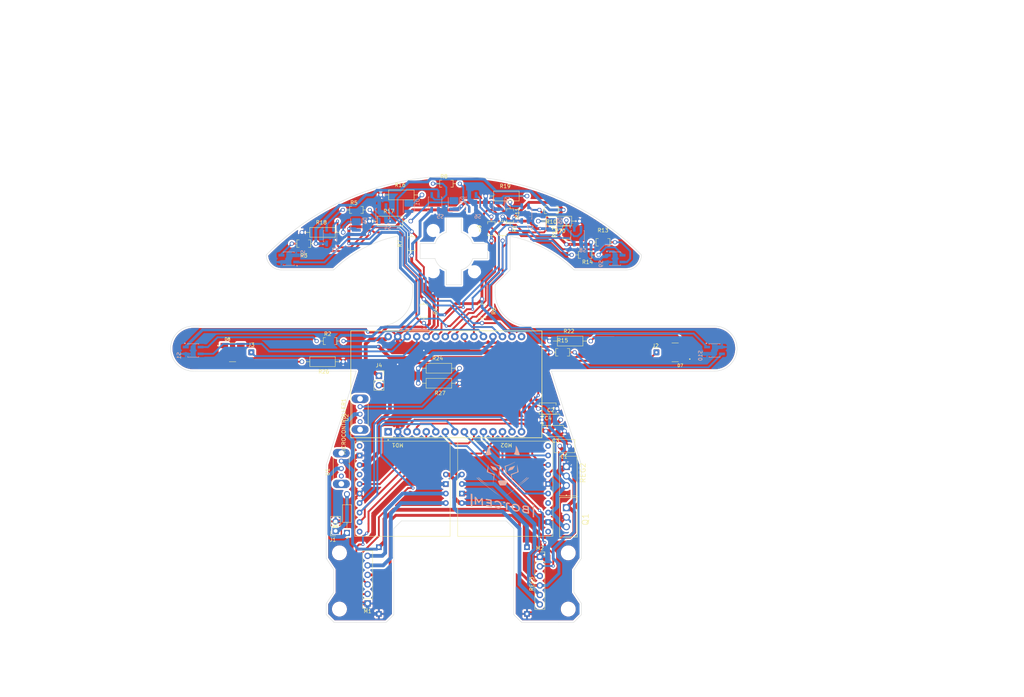
<source format=kicad_pcb>
(kicad_pcb (version 20211014) (generator pcbnew)
  (layers (0 "F.Cu" signal) (31 "B.Cu" signal) (34 "B.Paste" user) (35 "F.Paste" user) (36 "B.SilkS" user "B.Silkscreen") (37 "F.SilkS" user "F.Silkscreen") (38 "B.Mask" user) (39 "F.Mask" user) (44 "Edge.Cuts" user))
  (net 0 "")
  (net 3 "GND")
  (net 4 "VCC")
  (net 5 "+5V")
  (net 6 "+3.3V")
  (net 7 "Net-(D3-PadC)")
  (net 8 "Net-(D3-PadA)")
  (net 9 "OUTA_M1")
  (net 10 "IN2_M1")
  (net 11 "IN1_M1")
  (net 12 "OUTA_M2")
  (net 13 "IN2_M2")
  (net 14 "IN1_M2")
  (net 15 "+12V")
  (net 18 "EN_M1")
  (net 19 "PWM2_M1")
  (net 20 "PWM1_M1")
  (net 21 "OCM_M1")
  (net 25 "EN_M2")
  (net 26 "PWM2_M2")
  (net 27 "PWM1_M2")
  (net 28 "OCM_M2")
  (net 30 "OUT_S4")
  (net 31 "OUT_S5")
  (net 32 "OUT_S8")
  (net 33 "OUT_S7")
  (net 34 "OUT_S6")
  (net 35 "OUT_S10")
  (net 36 "OUT_S9")
  (net 37 "OUT_S3")
  (net 38 "OUT_S2")
  (net 39 "OUT_S1")
  (net 40 "Net-(R2-Pad2)")
  (net 41 "BAT")
  (net 42 "Net-(R2-Pad1)")
  (net 43 "Net-(R5-Pad1)")
  (net 44 "Net-(R5-Pad2)")
  (net 45 "Net-(R8-Pad1)")
  (net 46 "Net-(R8-Pad2)")
  (net 47 "Net-(R11-Pad1)")
  (net 48 "Net-(R11-Pad2)")
  (net 49 "Net-(R14-Pad1)")
  (net 50 "Net-(R14-Pad2)")
  (net 51 "Net-(R24-Pad2)")
  (net 52 "Net-(D1-PadC)")
  (net 53 "Net-(D2-PadC)")
  (net 54 "Net-(D4-PadC)")
  (net 55 "Net-(D5-PadC)")
  (net 56 "Net-(D6-PadC)")
  (net 57 "Net-(D7-Pad1)")
  (net 61 "Net-(D8-Pad1)")
  (net 65 "IN_LED1")
  (net 66 "IN_LED2")
  (net 67 "OUTB_M1")
  (net 68 "OUTB_M2")
  (net 69 "VIN_MC")
  (footprint "IN-P55TATRGB:LED_IN-P55TATRGB" (layer "F.Cu") (at 192 106 180)
    (fp_text reference "D7")
    (fp_text value "IN-P55TATRGB")
  )
  (footprint "RNMF14FTC47R0:RESAD716W44L360D186" (layer "F.Cu") (at 168 80 180)
    (fp_text reference "R14")
    (fp_text value "47")
  )
  (footprint "MFR-25FBF52-61R9:RESAD1100W55L680D260" (layer "F.Cu") (at 129 114.25 180)
    (fp_text reference "R27")
    (fp_text value "62")
  )
  (footprint "XL6009E1:XL6009E1" (layer "F.Cu") (at 111.73 177.05)
    (fp_text reference "REG3")
    (fp_text value "XL6009E1")
  )
  (footprint "MountingHole:MountingHole_2.5mm" (layer "F.Cu") (at 138.5 84.5)
    (fp_text reference "REF**" hide)
    (fp_text value "MountingHole_2.5mm")
  )
  (footprint "1622242-1:RESAD640W45L370D200" (layer "F.Cu") (at 172.76 76.63507)
    (fp_text reference "R13")
    (fp_text value "47K")
  )
  (footprint "MFR-25FBF52-61R9:RESAD1100W55L680D260" (layer "F.Cu") (at 147 64.3)
    (fp_text reference "R19")
    (fp_text value "62")
  )
  (footprint "RNMF14FTC47R0:RESAD716W44L360D186" (layer "F.Cu") (at 131 61)
    (fp_text reference "R8")
    (fp_text value "47")
  )
  (footprint "Connector_PinSocket_2.54mm:PinSocket_1x06_P2.54mm_Vertical" (layer "F.Cu") (at 155.925 160.575)
    (fp_text reference "M2")
    (fp_text value "Conn_01x06")
  )
  (footprint "1622242-1:RESAD640W45L370D200" (layer "F.Cu") (at 162 106)
    (fp_text reference "R15")
    (fp_text value "47K")
  )
  (footprint "RNMF14FTC47R0:RESAD716W44L360D186" (layer "F.Cu") (at 148 69.5 -90)
    (fp_text reference "R11")
    (fp_text value "47")
  )
  (footprint "Connector_PinSocket_2.54mm:PinSocket_1x02_P2.54mm_Vertical" (layer "F.Cu") (at 101.475 153.65 180)
    (fp_text reference "J1")
    (fp_text value "Conn_01x02")
  )
  (footprint "Connector_PinSocket_2.54mm:PinSocket_1x02_P2.54mm_Vertical" (layer "F.Cu") (at 113.025 112.25)
    (fp_text reference "J4")
    (fp_text value "Conn_01x02")
  )
  (footprint "FG24X7R1A106KRT00:CAPRB500W50L450T300H550" (layer "F.Cu") (at 159 124)
    (fp_text reference "C2")
    (fp_text value "0.1uF")
  )
  (footprint "1N5817G:DIOAD1036W78L470D235" (layer "F.Cu") (at 104.5 149 90)
    (fp_text reference "D3")
    (fp_text value "1N5817G")
  )
  (footprint "MountingHole:MountingHole_2.5mm" (layer "F.Cu") (at 138.5 73.5)
    (fp_text reference "REF**" hide)
    (fp_text value "MountingHole_2.5mm")
  )
  (footprint "RNMF14FTC47R0:RESAD716W44L360D186" (layer "F.Cu") (at 100 103)
    (fp_text reference "R2")
    (fp_text value "47")
  )
  (footprint "MFR-25FBF52-61R9:RESAD1100W55L680D260" (layer "F.Cu") (at 116 71)
    (fp_text reference "R17")
    (fp_text value "62")
  )
  (footprint "0S102011MS2QN1:0S102011MS2QN1" (layer "F.Cu") (at 108 126.6 90)
    (fp_text reference "U2")
    (fp_text value "0S102011MS2QN1")
  )
  (footprint "Connector_Wire:SolderWire-0.1sqmm_1x01_D0.4mm_OD1mm" (layer "F.Cu") (at 187 106)
    (fp_text reference "J2")
    (fp_text value "Conn_01x01")
  )
  (footprint "IN-P55TATRGB:LED_IN-P55TATRGB" (layer "F.Cu") (at 74 106)
    (fp_text reference "D8")
    (fp_text value "IN-P55TATRGB")
  )
  (footprint "1622242-1:RESAD640W45L370D200" (layer "F.Cu") (at 146 73 -90)
    (fp_text reference "R1")
    (fp_text value "47K")
  )
  (footprint "1622242-1:RESAD640W45L370D200" (layer "F.Cu") (at 121.75 77 90)
    (fp_text reference "R7")
    (fp_text value "47K")
  )
  (footprint "MountingHole:MountingHole_3mm" (layer "F.Cu") (at 163.5 174.5)
    (fp_text reference "REF**" hide)
    (fp_text value "MountingHole_3mm")
  )
  (footprint "RNMF14FTC47R0:RESAD716W44L360D186" (layer "F.Cu") (at 107 68)
    (fp_text reference "R5")
    (fp_text value "47")
  )
  (footprint "1622242-1:RESAD640W45L370D200" (layer "F.Cu") (at 93 77 180)
    (fp_text reference "R3")
    (fp_text value "47K")
  )
  (footprint "MountingHole:MountingHole_2.5mm" (layer "F.Cu") (at 127.5 84.5)
    (fp_text reference "REF**" hide)
    (fp_text value "MountingHole_2.5mm")
  )
  (footprint "MountingHole:MountingHole_3mm" (layer "F.Cu") (at 102.5 159.5)
    (fp_text reference "REF" hide)
    (fp_text value "MountingHole_3mm")
  )
  (footprint "MFR-25FBF52-61R9:RESAD1100W55L680D260" (layer "F.Cu") (at 161 71 180)
    (fp_text reference "R20")
    (fp_text value "62")
  )
  (footprint "1622242-1:RESAD640W45L370D200" (layer "F.Cu") (at 143 73 90)
    (fp_text reference "R9")
    (fp_text value "47K")
  )
  (footprint "MFR-25FBF52-61R9:RESAD1100W55L680D260" (layer "F.Cu") (at 129 110.25)
    (fp_text reference "R24")
    (fp_text value "62")
  )
  (footprint "MFR-25FBF52-61R9:RESAD1100W55L680D260" (layer "F.Cu") (at 164 103)
    (fp_text reference "R22")
    (fp_text value "62")
  )
  (footprint "MountingHole:MountingHole_3mm" (layer "F.Cu") (at 102.5 174.5)
    (fp_text reference "REF**" hide)
    (fp_text value "MountingHole_3mm")
  )
  (footprint "TB9051FTG:TB9051FTG_SingleBrushed" (layer "F.Cu") (at 159.405 129.695 180)
    (fp_text reference "MD2")
    (fp_text value "TB9051FTG_SingleBrushed")
  )
  (footprint "FA16X7R2A224KNU00:CAPRB250W50L550T350H600" (layer "F.Cu") (at 162.5 131 180)
    (fp_text reference "C1")
    (fp_text value "0.22uF")
  )
  (footprint "TB9051FTG:TB9051FTG_SingleBrushed" (layer "F.Cu") (at 106.595 155.105)
    (fp_text reference "MD1")
    (fp_text value "TB9051FTG_SingleBrushed")
  )
  (footprint "MFR-25FBF52-61R9:RESAD1100W55L680D260" (layer "F.Cu") (at 119 64)
    (fp_text reference "R16")
    (fp_text value "62")
  )
  (footprint "Connector_PinSocket_2.54mm:PinSocket_1x06_P2.54mm_Vertical" (layer "F.Cu") (at 110 173 180)
    (fp_text reference "M1")
    (fp_text value "Conn_01x06")
  )
  (footprint "ESP32-DEVKIT-V1:MODULE_ESP32_DEVKIT_V1" (layer "F.Cu") (at 131 114.5 90)
    (fp_text reference "MICROCONTROLLER1")
    (fp_text value "ESP32-DEVKIT-V1")
  )
  (footprint "0S102011MS2QN1:0S102011MS2QN1" (layer "F.Cu") (at 103 141.1 90)
    (fp_text reference "U1")
    (fp_text value "0S102011MS2QN1")
  )
  (footprint "1622242-1:RESAD640W45L370D200" (layer "F.Cu") (at 163 74 90)
    (fp_text reference "R12")
    (fp_text value "47K")
  )
  (footprint "LM7805CT_NOPB:TO254P1054X470X2600-3" (layer "F.Cu") (at 163 147.46 -90)
    (fp_text reference "Q1")
    (fp_text value "LM7805CT/NOPB")
  )
  (footprint "1622242-1:RESAD640W45L370D200" (layer "F.Cu") (at 125 95 -90)
    (fp_text reference "R4")
    (fp_text value "47K")
  )
  (footprint "LM1117T-3:TO254P1054X470X1955-3" (layer "F.Cu") (at 163 139 -90)
    (fp_text reference "REG2")
    (fp_text value "LM1117T-3.3/NOPB")
  )
  (footprint "MFR-25FBF52-61R9:RESAD1100W55L680D260" (layer "F.Cu") (at 98 74)
    (fp_text reference "R18")
    (fp_text value "62")
  )
  (footprint "1622242-1:RESAD640W45L370D200" (layer "F.Cu") (at 140.5 95 -90)
    (fp_text reference "R6")
    (fp_text value "47K")
  )
  (footprint "MFR-25FBF52-61R9:RESAD1100W55L680D260" (layer "F.Cu") (at 98 108.5 180)
    (fp_text reference "R26")
    (fp_text value "62")
  )
  (footprint "FG24X7R1A106KRT00:CAPRB500W50L450T300H550" (layer "F.Cu") (at 158 121 180)
    (fp_text reference "C4")
    (fp_text value "10uF")
  )
  (footprint "MountingHole:MountingHole_2.5mm" (layer "F.Cu") (at 127.5 73.5)
    (fp_text reference "REF" hide)
    (fp_text value "MountingHole_2.5mm")
  )
  (footprint "1622242-1:RESAD640W45L370D200" (layer "F.Cu") (at 159 68 180)
    (fp_text reference "R10")
    (fp_text value "47K")
  )
  (footprint "Connector_Wire:SolderWire-0.1sqmm_1x01_D0.4mm_OD1mm" (layer "F.Cu") (at 79 106)
    (fp_text reference "J3")
    (fp_text value "Conn_01x01")
  )
  (footprint "FG24X7R1A106KRT00:CAPRB500W50L450T300H550" (layer "F.Cu") (at 160 127 180)
    (fp_text reference "C3")
    (fp_text value "10uF")
  )
  (footprint "MountingHole:MountingHole_3mm" (layer "F.Cu") (at 163.5 159.5)
    (fp_text reference "REF" hide)
    (fp_text value "MountingHole_3mm")
  )
  (footprint "BOTCEMLOGO:BOTCEMLOGO" (layer "B.Cu") (at 146 140.5 180)
    (fp_text reference "G" hide)
    (fp_text value "LOGO" hide)
  )
  (footprint "QRE1113GR:SOIC180P460X187-4N" (layer "B.Cu") (at 128 66)
    (fp_text reference "S5")
    (fp_text value "QRE1113GR")
  )
  (footprint "L135-B475003500001:LED_L135-B475003500001" (layer "B.Cu") (at 133 66.39 90)
    (fp_text reference "D2")
    (fp_text value "L135-B475003500001")
  )
  (footprint "QRE1113GR:SOIC180P460X187-4N" (layer "B.Cu") (at 166 75)
    (fp_text reference "S8")
    (fp_text value "QRE1113GR")
  )
  (footprint "QRE1113GR:SOIC180P460X187-4N" (layer "B.Cu") (at 89 81 90)
    (fp_text reference "S2")
    (fp_text value "QRE1113GR")
  )
  (footprint "QRE1113GR:SOIC180P460X187-4N" (layer "B.Cu") (at 202.5 105.5 -90)
    (fp_text reference "S10")
    (fp_text value "QRE1113GR")
  )
  (footprint "QRE1113GR:SOIC180P460X187-4N" (layer "B.Cu") (at 152 69)
    (fp_text reference "S7")
    (fp_text value "QRE1113GR")
  )
  (footprint "QRE1113GR:SOIC180P460X187-4N" (layer "B.Cu") (at 63.5 105.5 -90)
    (fp_text reference "S1")
    (fp_text value "QRE1113GR")
  )
  (footprint "QRE1113GR:SOIC180P460X187-4N" (layer "B.Cu") (at 138 66)
    (fp_text reference "S6")
    (fp_text value "QRE1113GR")
  )
  (footprint "L135-B475003500001:LED_L135-B475003500001" (layer "B.Cu") (at 107 72 90)
    (fp_text reference "D4")
    (fp_text value "L135-B475003500001")
  )
  (footprint "L135-B475003500001:LED_L135-B475003500001" (layer "B.Cu") (at 159 72 90)
    (fp_text reference "D6")
    (fp_text value "L135-B475003500001")
  )
  (footprint "QRE1113GR:SOIC180P460X187-4N" (layer "B.Cu") (at 176 81 -90)
    (fp_text reference "S9")
    (fp_text value "QRE1113GR")
  )
  (footprint "QRE1113GR:SOIC180P460X187-4N" (layer "B.Cu") (at 114 69)
    (fp_text reference "S4")
    (fp_text value "QRE1113GR")
  )
  (footprint "L135-B475003500001:LED_L135-B475003500001" (layer "B.Cu") (at 121 67 90)
    (fp_text reference "D1")
    (fp_text value "L135-B475003500001")
  )
  (footprint "QRE1113GR:SOIC180P460X187-4N" (layer "B.Cu") (at 100 75)
    (fp_text reference "S3")
    (fp_text value "QRE1113GR")
  )
  (footprint "L135-B475003500001:LED_L135-B475003500001" (layer "B.Cu") (at 145 66.4 90)
    (fp_text reference "D5")
    (fp_text value "L135-B475003500001")
  )
  (gr_line (start 165 178) (end 167 176) (layer "Edge.Cuts") (width 0.1))
  (gr_line (start 165 164) (end 167 161) (layer "Edge.Cuts") (width 0.1))
  (gr_arc (start 202.5 99) (mid 208.5 105) (end 202.5 111) (layer "Edge.Cuts") (width 0.1))
  (gr_arc (start 148 75) (mid 157.156509 78.259927) (end 165 84.000001) (layer "Edge.Cuts") (width 0.1))
  (gr_line (start 131 88) (end 135 88) (layer "Edge.Cuts") (width 0.1))
  (gr_line (start 142 77) (end 138 77) (layer "Edge.Cuts") (width 0.1))
  (gr_line (start 107 178) (end 101 178) (layer "Edge.Cuts") (width 0.1))
  (gr_arc (start 83 80) (mid 133 58.992858) (end 183 80) (layer "Edge.Cuts") (width 0.1))
  (gr_line (start 117 176) (end 117 153) (layer "Edge.Cuts") (width 0.1))
  (gr_line (start 151 178) (end 161 178) (layer "Edge.Cuts") (width 0.1))
  (gr_line (start 148 75) (end 148 84) (layer "Edge.Cuts") (width 0.1))
  (gr_line (start 167 176) (end 167 173) (layer "Edge.Cuts") (width 0.1))
  (gr_line (start 167 156) (end 167 136) (layer "Edge.Cuts") (width 0.1))
  (gr_line (start 148 84) (end 144 88) (layer "Edge.Cuts") (width 0.1))
  (gr_line (start 138 81) (end 142 81) (layer "Edge.Cuts") (width 0.1))
  (gr_line (start 151 178) (end 149 176) (layer "Edge.Cuts") (width 0.1))
  (gr_line (start 97.5 84) (end 93.000001 84.000001) (layer "Edge.Cuts") (width 0.1))
  (gr_line (start 167 173) (end 165 170) (layer "Edge.Cuts") (width 0.1))
  (gr_line (start 179 84) (end 172.999999 84.000001) (layer "Edge.Cuts") (width 0.1))
  (gr_line (start 99 161) (end 101 164) (layer "Edge.Cuts") (width 0.1))
  (gr_arc (start 131 84) (mid 129.104868 82.895132) (end 128 81) (layer "Edge.Cuts") (width 0.1))
  (gr_line (start 118 75) (end 118 84) (layer "Edge.Cuts") (width 0.1))
  (gr_line (start 135 88) (end 135 84) (layer "Edge.Cuts") (width 0.1))
  (gr_arc (start 138 81) (mid 136.880566 82.880566) (end 135 84) (layer "Edge.Cuts") (width 0.1))
  (gr_line (start 149 153) (end 147 151) (layer "Edge.Cuts") (width 0.1))
  (gr_line (start 161 178) (end 165 178) (layer "Edge.Cuts") (width 0.1))
  (gr_line (start 149 176) (end 149 153) (layer "Edge.Cuts") (width 0.1))
  (gr_arc (start 101 84.000001) (mid 108.843491 78.259927) (end 118 75) (layer "Edge.Cuts") (width 0.1))
  (gr_line (start 101 178) (end 99 176) (layer "Edge.Cuts") (width 0.1))
  (gr_line (start 122 88) (end 122 90) (layer "Edge.Cuts") (width 0.1))
  (gr_line (start 99 161) (end 99 156) (layer "Edge.Cuts") (width 0.1))
  (gr_arc (start 128 77) (mid 129.113676 75.113676) (end 131 74) (layer "Edge.Cuts") (width 0.1))
  (gr_line (start 202.5 111) (end 159 111) (layer "Edge.Cuts") (width 0.1))
  (gr_line (start 167 161) (end 167 156) (layer "Edge.Cuts") (width 0.1))
  (gr_line (start 119 151) (end 147 151) (layer "Edge.Cuts") (width 0.1))
  (gr_line (start 97.5 84) (end 101 84.000001) (layer "Edge.Cuts") (width 0.1))
  (gr_line (start 117 153) (end 119 151) (layer "Edge.Cuts") (width 0.1))
  (gr_line (start 63.5 111) (end 107 111) (layer "Edge.Cuts") (width 0.1))
  (gr_arc (start 63.5 111) (mid 57.5 105) (end 63.5 99) (layer "Edge.Cuts") (width 0.1))
  (gr_line (start 99 173) (end 101 170) (layer "Edge.Cuts") (width 0.1))
  (gr_arc (start 87 84) (mid 84.171573 82.828427) (end 83 80) (layer "Edge.Cuts") (width 0.1))
  (gr_arc (start 183 80) (mid 181.828427 82.828427) (end 179 84) (layer "Edge.Cuts") (width 0.1))
  (gr_line (start 63.5 99) (end 113 99) (layer "Edge.Cuts") (width 0.1))
  (gr_line (start 128 77) (end 124 77) (layer "Edge.Cuts") (width 0.1))
  (gr_line (start 153 99) (end 202.5 99) (layer "Edge.Cuts") (width 0.1))
  (gr_line (start 107 178) (end 115 178) (layer "Edge.Cuts") (width 0.1))
  (gr_line (start 131 88) (end 131 84) (layer "Edge.Cuts") (width 0.1))
  (gr_line (start 115 178) (end 117 176) (layer "Edge.Cuts") (width 0.1))
  (gr_line (start 124 81) (end 128 81) (layer "Edge.Cuts") (width 0.1))
  (gr_line (start 165 84.000001) (end 172.999999 84.000001) (layer "Edge.Cuts") (width 0.1))
  (gr_line (start 87 84) (end 93 84) (layer "Edge.Cuts") (width 0.1))
  (gr_line (start 131 70) (end 135 70) (layer "Edge.Cuts") (width 0.1))
  (gr_line (start 142 81) (end 142 77) (layer "Edge.Cuts") (width 0.1))
  (gr_line (start 118 84) (end 122 88) (layer "Edge.Cuts") (width 0.1))
  (gr_arc (start 153 99) (mid 146.654569 96.34543) (end 144 90) (layer "Edge.Cuts") (width 0.1))
  (gr_line (start 167 136) (end 159 111) (layer "Edge.Cuts") (width 0.1))
  (gr_arc (start 135 74) (mid 136.877653 75.122347) (end 138 77) (layer "Edge.Cuts") (width 0.1))
  (gr_line (start 165 170) (end 165 164) (layer "Edge.Cuts") (width 0.1))
  (gr_line (start 99 176) (end 99 173) (layer "Edge.Cuts") (width 0.1))
  (gr_line (start 135 74) (end 135 70) (layer "Edge.Cuts") (width 0.1))
  (gr_line (start 144 90) (end 144 88) (layer "Edge.Cuts") (width 0.1))
  (gr_line (start 124 81) (end 124 77) (layer "Edge.Cuts") (width 0.1))
  (gr_line (start 131 70) (end 131 74) (layer "Edge.Cuts") (width 0.1))
  (gr_line (start 99 156) (end 99 136) (layer "Edge.Cuts") (width 0.1))
  (gr_arc (start 122 90) (mid 119.396585 96.396585) (end 113 99) (layer "Edge.Cuts") (width 0.1))
  (gr_line (start 99 136) (end 107 111) (layer "Edge.Cuts") (width 0.1))
  (gr_line (start 101 164) (end 101 170) (layer "Edge.Cuts") (width 0.1))
  (segment (start 107.69 143.5) (end 106.5 143.5) (width 1) (layer "F.Cu") (net 3))
  (segment (start 128 66) (end 130 66) (width 1) (layer "F.Cu") (net 3))
  (segment (start 137.3 143.665) (end 137.3 142.9) (width 1) (layer "F.Cu") (net 3))
  (segment (start 106.25 154.5) (end 106.25 156.25) (width 1) (layer "F.Cu") (net 3))
  (segment (start 130.83 141.1) (end 130.865 141.135) (width 1) (layer "F.Cu") (net 3))
  (segment (start 108.5 173) (end 110 173) (width 1) (layer "F.Cu") (net 3))
  (segment (start 126.25 100.25) (end 118.75 100.25) (width 0.7) (layer "F.Cu") (net 3))
  (segment (start 156.889 175.611) (end 158 174.5) (width 1) (layer "F.Cu") (net 3))
  (segment (start 106.25 156) (end 110 156) (width 1) (layer "F.Cu") (net 3))
  (segment (start 106.2 142.01) (end 106.2 139.95) (width 1) (layer "F.Cu") (net 3))
  (segment (start 127.425 90.175) (end 127.75 90.5) (width 0.7) (layer "F.Cu") (net 3))
  (segment (start 105.75 135) (end 107.235 133.515) (width 1) (layer "F.Cu") (net 3))
  (segment (start 118.025 109.225) (end 118 109.2) (width 0.25) (layer "F.Cu") (net 3))
  (segment (start 135.135 143.665) (end 147.215 143.665) (width 1) (layer "F.Cu") (net 3))
  (segment (start 118.75 100.25) (end 118.025 100.975) (width 0.7) (layer "F.Cu") (net 3))
  (segment (start 110 156) (end 111.5 154.5) (width 1) (layer "F.Cu") (net 3))
  (segment (start 135.6 136.3) (end 130 136.3) (width 1) (layer "F.Cu") (net 3))
  (segment (start 128.3 138) (end 128.3 140) (width 1) (layer "F.Cu") (net 3))
  (segment (start 137.3 138) (end 135.6 136.3) (width 1) (layer "F.Cu") (net 3))
  (segment (start 160.6 142.85) (end 160.6 148.8) (width 1) (layer "F.Cu") (net 3))
  (segment (start 118.025 103.775) (end 118.025 102.0275) (width 1) (layer "F.Cu") (net 3))
  (segment (start 105.75 139.5) (end 105.75 135) (width 1) (layer "F.Cu") (net 3))
  (segment (start 118.025 127.4275) (end 118.025 117.025) (width 1) (layer "F.Cu") (net 3))
  (segment (start 106.2 139.95) (end 105.75 139.5) (width 1) (layer "F.Cu") (net 3))
  (segment (start 101.475 151.11) (end 106.14 151.11) (width 1) (layer "F.Cu") (net 3))
  (segment (start 127.75 90.5) (end 127.75 98.75) (width 0.7) (layer "F.Cu") (net 3))
  (segment (start 132.025 116.725) (end 118.025 116.725) (width 1) (layer "F.Cu") (net 3))
  (segment (start 137.3 142.9) (end 137.3 138) (width 1) (layer "F.Cu") (net 3))
  (segment (start 135.135 143.665) (end 137.3 143.665) (width 0.25) (layer "F.Cu") (net 3))
  (segment (start 158.135 151.285) (end 160.515 151.285) (width 1) (layer "F.Cu") (net 3))
  (segment (start 105.5 170) (end 108.5 173) (width 1) (layer "F.Cu") (net 3))
  (segment (start 106.25 152.5) (end 106.25 154.5) (width 1) (layer "F.Cu") (net 3))
  (segment (start 157.5 124) (end 160.5 121) (width 1) (layer "F.Cu") (net 3))
  (segment (start 161.8 150) (end 163 150) (width 1) (layer "F.Cu") (net 3))
  (segment (start 106.25 156.25) (end 105.5 157) (width 1) (layer "F.Cu") (net 3))
  (segment (start 130 66) (end 131 67) (width 1) (layer "F.Cu") (net 3))
  (segment (start 152.5 175.78) (end 152.669 175.611) (width 0.5) (layer "F.Cu") (net 3))
  (segment (start 154.835 151.285) (end 158.135 151.285) (width 1) (layer "F.Cu") (net 3))
  (segment (start 119.75 105.5) (end 118.025 103.775) (width 1) (layer "F.Cu") (net 3))
  (segment (start 106.25 154.5) (end 106.25 156) (width 1) (layer "F.Cu") (net 3))
  (segment (start 130 136.3) (end 128.3 138) (width 1) (layer "F.Cu") (net 3))
  (segment (start 128.3 140) (end 129.435 141.135) (width 1) (layer "F.Cu") (net 3))
  (segment (start 118.025 116.725) (end 118.025 109.225) (width 1) (layer "F.Cu") (net 3))
  (segment (start 156.575 160.575) (end 155.925 160.575) (width 1) (layer "F.Cu") (net 3))
  (segment (start 158 162) (end 156.575 160.575) (width 1) (layer "F.Cu") (net 3))
  (segment (start 107.865 143.675) (end 107.69 143.5) (width 1) (layer "F.Cu") (net 3))
  (segment (start 118.025 117.025) (end 118.025 116.725) (width 0.25) (layer "F.Cu") (net 3))
  (segment (start 125 105.5) (end 119.75 105.5) (width 1) (layer "F.Cu") (net 3))
  (segment (start 111.5 154.5) (end 111.5 149.625) (width 1) (layer "F.Cu") (net 3))
  (segment (start 134.5 114.25) (end 132.025 116.725) (width 1) (layer "F.Cu") (net 3))
  (segment (start 158.875 141.125) (end 160.6 142.85) (width 1) (layer "F.Cu") (net 3))
  (segment (start 116 71) (end 121 66) (width 1) (layer "F.Cu") (net 3))
  (segment (start 158 174.5) (end 158 162) (width 1) (layer "F.Cu") (net 3))
  (segment (start 120.025 141.1) (end 130.83 141.1) (width 1) (layer "F.Cu") (net 3))
  (segment (start 129.435 141.135) (end 130.865 141.135) (width 0.25) (layer "F.Cu") (net 3))
  (segment (start 147.215 143.665) (end 154.835 151.285) (width 1) (layer "F.Cu") (net 3))
  (segment (start 158.135 141.125) (end 162.8 136.46) (width 1) (layer "F.Cu") (net 3))
  (segment (start 121 66) (end 128 66) (width 1) (layer "F.Cu") (net 3))
  (segment (start 105.5 157) (end 105.5 170) (width 1) (layer "F.Cu") (net 3))
  (segment (start 152.669 175.611) (end 156.889 175.611) (width 1) (layer "F.Cu") (net 3))
  (segment (start 106.2 152.45) (end 106.25 152.5) (width 1) (layer "F.Cu") (net 3))
  (segment (start 106.2 142.01) (end 106.2 152.45) (width 1) (layer "F.Cu") (net 3))
  (segment (start 107.235 133.515) (end 107.865 133.515) (width 1) (layer "F.Cu") (net 3))
  (segment (start 160.515 151.285) (end 161.8 150) (width 1) (layer "F.Cu") (net 3))
  (segment (start 158.135 141.125) (end 158.875 141.125) (width 1) (layer "F.Cu") (net 3))
  (segment (start 118.025 100.975) (end 118.025 102.0275) (width 0.7) (layer "F.Cu") (net 3))
  (segment (start 156.5 124) (end 157.5 124) (width 1) (layer "F.Cu") (net 3))
  (segment (start 160.6 148.8) (end 161.8 150) (width 1) (layer "F.Cu") (net 3))
  (segment (start 162.8 136.46) (end 163 136.46) (width 0.25) (layer "F.Cu") (net 3))
  (segment (start 111.5 149.625) (end 120.025 141.1) (width 1) (layer "F.Cu") (net 3))
  (segment (start 127.75 98.75) (end 126.25 100.25) (width 0.7) (layer "F.Cu") (net 3))
  (via (at 118 109.2) (size 0.8) (drill 0.4) (layers "F.Cu" "B.Cu") (net 3))
  (via (at 127.425 90.175) (size 0.8) (drill 0.4) (layers "F.Cu" "B.Cu") (net 3))
  (via (at 131 67) (size 0.8) (drill 0.4) (layers "F.Cu" "B.Cu") (net 3))
  (via (at 125 105.5) (size 0.8) (drill 0.4) (layers "F.Cu" "B.Cu") (net 3))
  (via (at 116 71) (size 0.8) (drill 0.4) (layers "F.Cu" "B.Cu") (net 3))
  (segment (start 141.5 66.968414) (end 141.5 64.3) (width 1) (layer "B.Cu") (net 3))
  (segment (start 111 66) (end 112.025 67.025) (width 1) (layer "B.Cu") (net 3))
  (segment (start 166.9 75.95) (end 167.75 75.1) (width 1) (layer "B.Cu") (net 3))
  (segment (start 114.9 70.975) (end 115.975 70.975) (width 1) (layer "B.Cu") (net 3))
  (segment (start 129.925 69) (end 130.425 69.5) (width 1) (layer "B.Cu") (net 3))
  (segment (start 142.5 77.45) (end 142.5 77.146447) (width 0.5) (layer "B.Cu") (net 3))
  (segment (start 128.9 67.975) (end 129.925 69) (width 1) (layer "B.Cu") (net 3))
  (segment (start 143.5 79.5) (end 142.5 78.5) (width 1) (layer "B.Cu") (net 3))
  (segment (start 145.585786 68.8) (end 145.385786 69) (width 0.5) (layer "B.Cu") (net 3))
  (segment (start 104.2 109.2) (end 103.5 108.5) (width 1) (layer "B.Cu") (net 3))
  (segment (start 110.5 72.5) (end 110.5 71) (width 1) (layer "B.Cu") (net 3))
  (segment (start 118 109.2) (end 121.3 109.2) (width 1) (layer "B.Cu") (net 3))
  (segment (start 157.5 111) (end 161 107.5) (width 1) (layer "B.Cu") (net 3))
  (segment (start 142.5 77.146447) (end 141.603553 76.25) (width 0.5) (layer "B.Cu") (net 3))
  (segment (start 167.75 75.1) (end 168 74.85) (width 0.25) (layer "B.Cu") (net 3))
  (segment (start 127.425 90.175) (end 127.5 90.25) (width 0.25) (layer "B.Cu") (net 3))
  (segment (start 98.5 80) (end 100.9 77.6) (width 1) (layer "B.Cu") (net 3))
  (segment (start 137.1 62.9) (end 138 62) (width 1) (layer "B.Cu") (net 3))
  (segment (start 138.9 66.9) (end 137.1 65.1) (width 1) (layer "B.Cu") (net 3))
  (segment (start 198 105) (end 199.4 106.4) (width 1) (layer "B.Cu") (net 3))
  (segment (start 136 90) (end 143.5 82.5) (width 1) (layer "B.Cu") (net 3))
  (segment (start 164 131.25) (end 163.75 131) (width 1) (layer "B.Cu") (net 3))
  (segment (start 168.25 71.75) (end 167.5 71) (width 1) (layer "B.Cu") (net 3))
  (segment (start 114.9 70.975) (end 114.9 69.9) (width 1) (layer "B.Cu") (net 3))
  (segment (start 101.125 76.75) (end 100.9 76.975) (width 0.25) (layer "B.Cu") (net 3))
  (segment (start 165 69.5) (end 166.5 71) (width 1) (layer "B.Cu") (net 3))
  (segment (start 138.9 68.1) (end 138.9 67.975) (width 0.25) (layer "B.Cu") (net 3))
  (segment (start 163 136.46) (end 163.04 136.46) (width 0.25) (layer "B.Cu") (net 3))
  (segment (start 113.1 67.025) (end 113.1 64.4) (width 1) (layer "B.Cu") (net 3))
  (segment (start 141.603553 76.25) (end 141.5 76.25) (width 0.5) (layer "B.Cu") (net 3))
  (segment (start 130.425 69.5) (end 135.5 69.5) (width 1) (layer "B.Cu") (net 3))
  (segment (start 164.75 69.25) (end 165 69.5) (width 0.7) (layer "B.Cu") (net 3))
  (segment (start 165.1 72.4) (end 166.5 71) (width 1) (layer "B.Cu") (net 3))
  (segment (start 164 135.5) (end 164 131.25) (width 1) (layer "B.Cu") (net 3))
  (segment (start 199.4 106.4) (end 200.525 106.4) (width 1) (layer "B.Cu") (net 3))
  (segment (start 113 175.78) (end 111.28 175.78) (width 1) (layer "B.Cu") (net 3))
  (segment (start 143.414214 68.8) (end 143.331586 68.8) (width 0.5) (layer "B.Cu") (net 3))
  (segment (start 92.4 80.1) (end 90.975 80.1) (width 0.25) (layer "B.Cu") (net 3))
  (segment (start 108.75 74.25) (end 108.5 74.5) (width 0.7) (layer "B.Cu") (net 3))
  (segment (start 136 70) (end 137.75 70) (width 1) (layer "B.Cu") (net 3))
  (segment (start 112.025 67.025) (end 113.1 67.025) (width 1) (layer "B.Cu") (net 3))
  (segment (start 110 174.5) (end 110 173) (width 1) (layer "B.Cu") (net 3))
  (segment (start 160 121.5) (end 160 124.5) (width 1) (layer "B.Cu") (net 3))
  (segment (start 113.1 68.1) (end 113.1 67.025) (width 1) (layer "B.Cu") (net 3))
  (segment (start 145.385786 69) (end 143.614214 69) (width 0.5) (layer "B.Cu") (net 3))
  (segment (start 130.865 141.135) (end 129.335 141.135) (width 1) (layer "B.Cu") (net 3))
  (segment (start 163 136.46) (end 163.5 135.96) (width 0.25) (layer "B.Cu") (net 3))
  (segment (start 61.525 106.4) (end 65.125 110) (width 1) (layer "B.Cu") (net 3))
  (segment (start 157.5 114) (end 157.5 111) (width 1) (layer "B.Cu") (net 3))
  (segment (start 110.5 71) (end 109 69.5) (width 1) (layer "B.Cu") (net 3))
  (segment (start 152.9 70.975) (end 154.375 69.5) (width 1) (layer "B.Cu") (net 3))
  (segment (start 100.9 77.6) (end 100.9 76.975) (width 1) (layer "B.Cu") (net 3))
  (segment (start 166.9 76.975) (end 166.9 75.95) (width 1) (layer "B.Cu") (net 3))
  (segment (start 160 156.125) (end 155.925 160.2) (width 1) (layer "B.Cu") (net 3))
  (segment (start 65.125 110) (end 102 110) (width 1) (layer "B.Cu") (net 3))
  (segment (start 200.525 106.4) (end 201.6 106.4) (width 1) (layer "B.Cu") (net 3))
  (segment (start 160 124.5) (end 162.5 127) (width 1) (layer "B.Cu") (net 3))
  (segment (start 137.1 65.1) (end 137.1 64.025) (width 1) (layer "B.Cu") (net 3))
  (segment (start 102 110) (end 103.5 108.5) (width 1) (layer "B.Cu") (net 3))
  (segment (start 169.5 82.5) (end 167 80) (width 1) (layer "B.Cu") (net 3))
  (segment (start 89.9 80.1) (end 90.975 80.1) (width 1) (layer "B.Cu") (net 3))
  (segment (start 138 62) (end 140 62) (width 1) (layer "B.Cu") (net 3))
  (segment (start 154.75 69.25) (end 164.75 69.25) (width 0.7) (layer "B.Cu") (net 3))
  (segment (start 113.1 64.4) (end 113.5 64) (width 1) (layer "B.Cu") (net 3))
  (segment (start 141.5 70.575) (end 141.5 76.25) (width 1) (layer "B.Cu") (net 3))
  (segment (start 118 109.2) (end 104.2 109.2) (width 1) (layer "B.Cu") (net 3))
  (segment (start 163.5 131.25) (end 163.75 131) (width 0.25) (layer "B.Cu") (net 3))
  (segment (start 88.1 81.9) (end 89.9 80.1) (width 1) (layer "B.Cu") (net 3))
  (segment (start 110 66) (end 111 66) (width 1) (layer "B.Cu") (net 3))
  (segment (start 146.614214 69) (end 146.414214 68.8) (width 0.5) (layer "B.Cu") (net 3))
  (segment (start 131 67) (end 130.025 67.975) (width 1) (layer "B.Cu") (net 3))
  (segment (start 130.025 67.975) (end 128.9 67.975) (width 1) (layer "B.Cu") (net 3))
  (segment (start 165 73) (end 165.075 73) (width 0.25) (layer "B.Cu") (net 3))
  (segment (start 143.331586 68.8) (end 141.5 66.968414) (width 0.5) (layer "B.Cu") (net 3))
  (segment (start 102.5 76.5) (end 102.25 76.75) (width 0.25) (layer "B.Cu") (net 3))
  (segment (start 152 69.25) (end 151.75 69) (width 0.5) (layer "B.Cu") (net 3))
  (segment (start 129.335 141.135) (end 118.025 129.825) (width 1) (layer "B.Cu") (net 3))
  (segment (start 174.025 81.9) (end 173.425 82.5) (width 1) (layer "B.Cu") (net 3))
  (segment (start 118.025 129.825) (end 118.025 127.4275) (width 1) (layer "B.Cu") (net 3))
  (segment (start 165.075 73) (end 165.1 73.025) (width 0.25) (layer "B.Cu") (net 3))
  (segment (start 114.9 69.9) (end 113.1 68.1) (width 1) (layer "B.Cu") (net 3))
  (segment (start 141.5 63.5) (end 141.5 64.3) (width 1) (layer "B.Cu") (net 3))
  (segment (start 108.75 74.25) (end 110.5 72.5) (width 1) (layer "B.Cu") (net 3))
  (segment (start 151.75 69) (end 146.614214 69) (width 0.5) (layer "B.Cu") (net 3))
  (segment (start 173 105.25) (end 176 102.25) (width 1) (layer "B.Cu") (net 3))
  (segment (start 158.135 151.285) (end 158.285 151.285) (width 0.25) (layer "B.Cu") (net 3))
  (segment (start 92.5 80) (end 92.4 80.1) (width 0.25) (layer "B.Cu") (net 3))
  (segment (start 87.025 81.9) (end 88.1 81.9) (width 1) (layer "B.Cu") (net 3))
  (segment (start 168.25 74.6) (end 168.25 71.75) (width 1) (layer "B.Cu") (net 3))
  (segment (start 138.9 67.975) (end 141.5 70.575) (width 1) (layer "B.Cu") (net 3))
  (segment (start 104.626346 74.5) (end 105 74.5) (width 0.7) (layer "B.Cu") (net 3))
  (segment (start 168 74.85) (end 168.25 74.6) (width 1) (layer "B.Cu") (net 3))
  (segment (start 165 103) (end 167.25 105.25) (width 1) (layer "B.Cu") (net 3))
  (segment (start 109 69.5) (end 109 67) (width 1) (layer "B.Cu") (net 3))
  (segment (start 157.5 116.5) (end 157.5 114) (width 1) (layer "B.Cu") (net 3))
  (segment (start 138.9 68.85) (end 138.9 68.1) (width 1) (layer "B.Cu") (net 3))
  (segment (start 167 71) (end 166.5 71) (width 0.25) (layer "B.Cu") (net 3))
  (segment (start 152 69.25) (end 152.9 70.15) (width 1) (layer "B.Cu") (net 3))
  (segment (start 90.975 80.1) (end 98.4 80.1) (width 1) (layer "B.Cu") (net 3))
  (segment (start 161 103) (end 165 103) (width 1) (layer "B.Cu") (net 3))
  (segment (start 92.5 74) (end 92.5 80) (width 1) (layer "B.Cu") (net 3))
  (segment (start 165.1 73.025) (end 165.1 72.4) (width 0.25) (layer "B.Cu") (net 3))
  (segment (start 143.5 82.5) (end 143.5 79.5) (width 1) (layer "B.Cu") (net 3))
  (segment (start 157.25 114.25) (end 157.5 114) (width 1) (layer "B.Cu") (net 3))
  (segment (start 167.25 105.25) (end 173 105.25) (width 1) (layer "B.Cu") (net 3))
  (segment (start 201.6 106.4) (end 203.4 104.6) (width 1) (layer "B.Cu") (net 3))
  (segment (start 176 102.25) (end 195.25 102.25) (width 1) (layer "B.Cu") (net 3))
  (segment (start 138.9 67.975) (end 138.9 66.9) (width 1) (layer "B.Cu") (net 3))
  (segment (start 152.9 70.15) (end 152.9 70.975) (width 1) (layer "B.Cu") (net 3))
  (segment (start 143.614214 69) (end 143.414214 68.8) (width 0.5) (layer "B.Cu") (net 3))
  (segment (start 158.5 103) (end 161 103) (width 1) (layer "B.Cu") (net 3))
  (segment (start 102.5 76.5) (end 103.85 75.15) (width 0.7) (layer "B.Cu") (net 3))
  (segment (start 103.85 75.15) (end 103.976346 75.15) (width 0.7) (layer "B.Cu") (net 3))
  (segment (start 195.25 102.25) (end 198 105) (width 1) (layer "B.Cu") (net 3))
  (segment (start 137.75 70) (end 138.9 68.85) (width 1) (layer "B.Cu") (net 3))
  (segment (start 154.5 69.5) (end 154.75 69.25) (width 0.7) (layer "B.Cu") (net 3))
  (segment (start 160.5 119.5) (end 157.5 116.5) (width 1) (layer "B.Cu") (net 3))
  (segment (start 160.5 121) (end 160.5 119.5) (width 1) (layer "B.Cu") (net 3))
  (segment (start 102.25 76.75) (end 101.125 76.75) (width 1) (layer "B.Cu") (net 3))
  (segment (start 127.425 90.175) (end 127.6 90) (width 1) (layer "B.Cu") (net 3))
  (segment (start 128.9 68.6) (end 128.9 67.975) (width 0.25) (layer "B.Cu") (net 3))
  (segment (start 158.285 151.285) (end 160 153) (width 1) (layer "B.Cu") (net 3))
  (segment (start 167 80) (end 167 77.075) (width 1) (layer "B.Cu") (net 3))
  (segment (start 142.5 78.5) (end 142.5 77.45) (width 1) (layer "B.Cu") (net 3))
  (segment (start 108.5 74.5) (end 105 74.5) (width 0.7) (layer "B.Cu") (net 3))
  (segment (start 160 153) (end 160 156.125) (width 1) (layer "B.Cu") (net 3))
  (segment (start 155.925 160.2) (end 155.925 160.325) (width 1) (layer "B.Cu") (net 3))
  (segment (start 158.135 151.365) (end 158.135 151.285) (width 0.25) (layer "B.Cu") (net 3))
  (segment (start 146.414214 68.8) (end 145.585786 68.8) (width 0.5) (layer "B.Cu") (net 3))
  (segment (start 167.5 71) (end 167 71) (width 1) (layer "B.Cu") (net 3))
  (segment (start 121.3 109.2) (end 125 105.5) (width 1) (layer "B.Cu") (net 3))
  (segment (start 154.375 69.5) (end 154.5 69.5) (width 0.25) (layer "B.Cu") (net 3))
  (segment (start 98.4 80.1) (end 98.5 80) (width 0.25) (layer "B.Cu") (net 3))
  (segment (start 160.5 121) (end 160 121.5) (width 1) (layer "B.Cu") (net 3))
  (segment (start 161 107.5) (end 161 103) (width 1) (layer "B.Cu") (net 3))
  (segment (start 111.28 175.78) (end 110 174.5) (width 1) (layer "B.Cu") (net 3))
  (segment (start 203.4 104.6) (end 204.475 104.6) (width 1) (layer "B.Cu") (net 3))
  (segment (start 137.1 64.025) (end 137.1 62.9) (width 1) (layer "B.Cu") (net 3))
  (segment (start 127.6 90) (end 136 90) (width 1) (layer "B.Cu") (net 3))
  (segment (start 167 77.075) (end 166.9 76.975) (width 0.25) (layer "B.Cu") (net 3))
  (segment (start 140 62) (end 141.5 63.5) (width 1) (layer "B.Cu") (net 3))
  (segment (start 155.925 160.325) (end 155.925 160.575) (width 0.25) (layer "B.Cu") (net 3))
  (segment (start 173.425 82.5) (end 169.5 82.5) (width 1) (layer "B.Cu") (net 3))
  (segment (start 103.976346 75.15) (end 104.626346 74.5) (width 0.7) (layer "B.Cu") (net 3))
  (segment (start 106.25 74.5) (end 105 74.5) (width 0.7) (layer "B.Cu") (net 3))
  (segment (start 134.5 114.25) (end 157.25 114.25) (width 1) (layer "B.Cu") (net 3))
  (segment (start 163.04 136.46) (end 164 135.5) (width 1) (layer "B.Cu") (net 3))
  (segment (start 109 67) (end 110 66) (width 1) (layer "B.Cu") (net 3))
  (segment (start 115.975 70.975) (end 116 71) (width 0.25) (layer "B.Cu") (net 3))
  (segment (start 135.5 69.5) (end 136 70) (width 1) (layer "B.Cu") (net 3))
  (segment (start 156.623396 155.287) (end 149.336396 148) (width 1) (layer "F.Cu") (net 4))
  (segment (start 163 147.46) (end 163 147.4) (width 0.25) (layer "F.Cu") (net 4))
  (segment (start 114.5 150.463604) (end 114.5 156.5) (width 1) (layer "F.Cu") (net 4))
  (segment (start 158.740581 155.287) (end 156.623396 155.287) (width 1) (layer "F.Cu") (net 4))
  (segment (start 161.25 131.25) (end 161.25 131) (width 1) (layer "F.Cu") (net 4))
  (segment (start 158.827581 155.2) (end 158.740581 155.287) (width 1) (layer "F.Cu") (net 4))
  (segment (start 165.1 145.3) (end 165.1 135.1) (width 1) (layer "F.Cu") (net 4))
  (segment (start 163.9 155.2) (end 158.827581 155.2) (width 1) (layer "F.Cu") (net 4))
  (segment (start 163 147.4) (end 165.1 145.3) (width 1) (layer "F.Cu") (net 4))
  (segment (start 149.336396 148) (end 116.963604 148) (width 1) (layer "F.Cu") (net 4))
  (segment (start 165.1 148.7) (end 165.1 154) (width 1) (layer "F.Cu") (net 4))
  (segment (start 165.1 154) (end 163.9 155.2) (width 1) (layer "F.Cu") (net 4))
  (segment (start 163.86 147.46) (end 165.1 148.7) (width 1) (layer "F.Cu") (net 4))
  (segment (start 116.963604 148) (end 114.5 150.463604) (width 1) (layer "F.Cu") (net 4))
  (segment (start 163 147.46) (end 163.86 147.46) (width 0.25) (layer "F.Cu") (net 4))
  (segment (start 114.5 156.5) (end 113 158) (width 1) (layer "F.Cu") (net 4))
  (segment (start 165.1 135.1) (end 161.25 131.25) (width 1) (layer "F.Cu") (net 4))
  (segment (start 106 134) (end 106 129.5) (width 1) (layer "B.Cu") (net 4))
  (segment (start 106 129.5) (end 104.5 128) (width 1) (layer "B.Cu") (net 4))
  (segment (start 106 137.5) (end 106 157) (width 0.75) (layer "B.Cu") (net 4))
  (segment (start 112.5 158.5) (end 113 158) (width 0.75) (layer "B.Cu") (net 4))
  (segment (start 104.5 128) (end 104.5 124.5) (width 1) (layer "B.Cu") (net 4))
  (segment (start 107.5 158.5) (end 112.5 158.5) (width 0.75) (layer "B.Cu") (net 4))
  (segment (start 106.5 122.5) (end 108 122.5) (width 1) (layer "B.Cu") (net 4))
  (segment (start 106 137.5) (end 103.5 135) (width 1) (layer "B.Cu") (net 4))
  (segment (start 103.5 135) (end 103 135) (width 1) (layer "B.Cu") (net 4))
  (segment (start 104.5 124.5) (end 106.5 122.5) (width 1) (layer "B.Cu") (net 4))
  (segment (start 105 135) (end 106 134) (width 1) (layer "B.Cu") (net 4))
  (segment (start 106 157) (end 107.5 158.5) (width 0.75) (layer "B.Cu") (net 4))
  (segment (start 103 135) (end 105 135) (width 1) (layer "B.Cu") (net 4))
  (segment (start 112.9 132.6625) (end 109.5075 136.055) (width 1) (layer "F.Cu") (net 5))
  (segment (start 122 68) (end 134 68) (width 0.75) (layer "F.Cu") (net 5))
  (segment (start 151.75 121.75) (end 151.75 112) (width 1) (layer "F.Cu") (net 5))
  (segment (start 144 66) (end 143 66) (width 0.75) (layer "F.Cu") (net 5))
  (segment (start 116 107.5) (end 147.25 107.5) (width 1) (layer "F.Cu") (net 5))
  (segment (start 116 114.75) (end 116 107.5) (width 1) (layer "F.Cu") (net 5))
  (segment (start 115.96 114.79) (end 113.025 114.79) (width 1) (layer "F.Cu") (net 5))
  (segment (start 151.75 112) (end 148.375 108.625) (width 1) (layer "F.Cu") (net 5))
  (segment (start 112.9 124.85) (end 112.9 132.6625) (width 1) (layer "F.Cu") (net 5))
  (segment (start 105.5 72.5) (end 117.5 72.5) (width 0.75) (layer "F.Cu") (net 5))
  (segment (start 157.5 127) (end 158.5 127) (width 1) (layer "F.Cu") (net 5))
  (segment (start 155 73) (end 156 73) (width 0.75) (layer "F.Cu") (net 5))
  (segment (start 148.5 71) (end 148 71) (width 0.75) (layer "F.Cu") (net 5))
  (segment (start 109.5075 136.055) (end 107.865 136.055) (width 1) (layer "F.Cu") (net 5))
  (segment (start 105 77) (end 105 73) (width 0.75) (layer "F.Cu") (net 5))
  (segment (start 158.5 127) (end 161.5 124) (width 1) (layer "F.Cu") (net 5))
  (segment (start 148 71) (end 147.5 70.5) (width 0.75) (layer "F.Cu") (net 5))
  (segment (start 115.96 114.79) (end 116 114.75) (width 1) (layer "F.Cu") (net 5))
  (segment (start 117.5 72.5) (end 120 70) (width 0.75) (layer "F.Cu") (net 5))
  (segment (start 148.5 71) (end 148.75 71) (width 0.25) (layer "F.Cu") (net 5))
  (segment (start 134 68) (end 135 67) (width 0.75) (layer "F.Cu") (net 5))
  (segment (start 147.25 107.5) (end 148.375 108.625) (width 1) (layer "F.Cu") (net 5))
  (segment (start 116 107.5) (end 113 104.5) (width 1) (layer "F.Cu") (net 5))
  (segment (start 157.5 127) (end 157 127) (width 1) (layer "F.Cu") (net 5))
  (segment (start 115.96 121.79) (end 112.9 124.85) (width 1) (layer "F.Cu") (net 5))
  (segment (start 113 104.5) (end 112.75 104.5) (width 1) (layer "F.Cu") (net 5))
  (segment (start 157 127) (end 151.75 121.75) (width 1) (layer "F.Cu") (net 5))
  (segment (start 153 71) (end 155 73) (width 0.75) (layer "F.Cu") (net 5))
  (segment (start 115.96 114.79) (end 115.96 121.79) (width 1) (layer "F.Cu") (net 5))
  (segment (start 136 66) (end 135 67) (width 0.75) (layer "F.Cu") (net 5))
  (segment (start 148.75 71) (end 153 71) (width 0.75) (layer "F.Cu") (net 5))
  (segment (start 147.5 70.5) (end 147.5 69.5) (width 0.75) (layer "F.Cu") (net 5))
  (segment (start 147.5 69.5) (end 144 66) (width 0.75) (layer "F.Cu") (net 5))
  (segment (start 143 66) (end 136 66) (width 0.75) (layer "F.Cu") (net 5))
  (segment (start 120 70) (end 122 68) (width 0.75) (layer "F.Cu") (net 5))
  (segment (start 105 73) (end 105.5 72.5) (width 0.75) (layer "F.Cu") (net 5))
  (via (at 143 66) (size 0.8) (drill 0.4) (layers "F.Cu" "B.Cu") (net 5))
  (via (at 120 70) (size 0.8) (drill 0.4) (layers "F.Cu" "B.Cu") (net 5))
  (via (at 112.75 104.5) (size 0.8) (drill 0.4) (layers "F.Cu" "B.Cu") (net 5))
  (via (at 135 67) (size 0.8) (drill 0.4) (layers "F.Cu" "B.Cu") (net 5))
  (via (at 105 73) (size 0.8) (drill 0.4) (layers "F.Cu" "B.Cu") (net 5))
  (via (at 105 77) (size 0.8) (drill 0.4) (layers "F.Cu" "B.Cu") (net 5))
  (via (at 156 73) (size 0.8) (drill 0.4) (layers "F.Cu" "B.Cu") (net 5))
  (segment (start 106.61 73) (end 105 73) (width 0.75) (layer "B.Cu") (net 5))
  (segment (start 159.045 148.745) (end 158.135 148.745) (width 1) (layer "B.Cu") (net 5))
  (segment (start 160.6 150.3) (end 159.045 148.745) (width 1) (layer "B.Cu") (net 5))
  (segment (start 118 74) (end 118.75 74.75) (width 0.75) (layer "B.Cu") (net 5))
  (segment (start 108.9 101.455635) (end 102.944365 101.455635) (width 0.75) (layer "B.Cu") (net 5))
  (segment (start 160.6 147.19) (end 159.045 148.745) (width 1) (layer "B.Cu") (net 5))
  (segment (start 114.735163 99.235163) (end 114.530902 99.273831) (width 0.75) (layer "B.Cu") (net 5))
  (segment (start 133 67.78) (end 134.22 67.78) (width 1) (layer "B.Cu") (net 5))
  (segment (start 101.9 103.5) (end 102.9 104.5) (width 0.75) (layer "B.Cu") (net 5))
  (segment (start 113.75 74) (end 118 74) (width 0.75) (layer "B.Cu") (net 5))
  (segment (start 110.192031 77) (end 105 77) (width 0.75) (layer "B.Cu") (net 5))
  (segment (start 101.9 102.5) (end 101.9 103.5) (width 0.75) (layer "B.Cu") (net 5))
  (segment (start 118.75 74.75) (end 118.75 83.5) (width 0.75) (layer "B.Cu") (net 5))
  (segment (start 163 152.54) (end 162.29 152.54) (width 1) (layer "B.Cu") (net 5))
  (segment (start 158.61 73) (end 156 73) (width 0.75) (layer "B.Cu") (net 5))
  (segment (start 113.636709 99.363291) (end 111.25 101.75) (width 0.75) (layer "B.Cu") (net 5))
  (segment (start 121 69) (end 120 70) (width 1) (layer "B.Cu") (net 5))
  (segment (start 110.761409 76.929469) (end 110.609932 77) (width 0.7) (layer "B.Cu") (net 5))
  (segment (start 134.22 67.78) (end 135 67) (width 1) (layer "B.Cu") (net 5))
  (segment (start 160.6 150.85) (end 160.6 150.3) (width 1) (layer "B.Cu") (net 5))
  (segment (start 107 73.39) (end 106.61 73) (width 0.75) (layer "B.Cu") (net 5))
  (segment (start 159.85 129.35) (end 157.5 127) (width 1) (layer "B.Cu") (net 5))
  (segment (start 159.85 138.39) (end 159.85 129.35) (width 1) (layer "B.Cu") (net 5))
  (segment (start 111.25 101.75) (end 109.194365 101.75) (width 0.75) (layer "B.Cu") (net 5))
  (segment (start 122.75 95) (end 118.514837 99.235163) (width 0.75) (layer "B.Cu") (net 5))
  (segment (start 118.514837 99.235163) (end 114.735163 99.235163) (width 0.75) (layer "B.Cu") (net 5))
  (segment (start 109.194365 101.75) (end 108.9 101.455635) (width 0.75) (layer "B.Cu") (net 5))
  (segment (start 163 141.54) (end 159.85 138.39) (width 1) (layer "B.Cu") (net 5))
  (segment (start 113.5 74.25) (end 113.440878 74.25) (width 0.7) (layer "B.Cu") (net 5))
  (segment (start 121 68.39) (end 121 69) (width 1) (layer "B.Cu") (net 5))
  (segment (start 102.944365 101.455635) (end 101.9 102.5) (width 0.75) (layer "B.Cu") (net 5))
  (segment (start 163 141.54) (end 160.6 143.94) (width 1) (layer "B.Cu") (net 5))
  (segment (start 110.609932 77) (end 110.192031 77) (width 0.7) (layer "B.Cu") (net 5))
  (segment (start 113.440878 74.25) (end 110.761409 76.929469) (width 0.7) (layer "B.Cu") (net 5))
  (segment (start 122.75 87.5) (end 122.75 95) (width 0.75) (layer "B.Cu") (net 5))
  (segment (start 113.5 74.25) (end 113.75 74) (width 0.75) (layer "B.Cu") (net 5))
  (segment (start 102.9 104.5) (end 113.0125 104.5) (width 0.75) (layer "B.Cu") (net 5))
  (segment (start 114.530902 99.273831) (end 113.918988 99.347995) (width 0.75) (layer "B.Cu") (net 5))
  (segment (start 113.918988 99.347995) (end 113.636709 99.363291) (width 0.75) (layer "B.Cu") (net 5))
  (segment (start 159 73.39) (end 158.61 73) (width 0.75) (layer "B.Cu") (net 5))
  (segment (start 162.29 152.54) (end 160.6 150.85) (width 1) (layer "B.Cu") (net 5))
  (segment (start 118.75 83.5) (end 122.75 87.5) (width 0.75) (layer "B.Cu") (net 5))
  (segment (start 160.6 143.94) (end 160.6 147.19) (width 1) (layer "B.Cu") (net 5))
  (segment (start 143 67) (end 143 66) (width 1) (layer "B.Cu") (net 5))
  (segment (start 145 67.79) (end 143.79 67.79) (width 1) (layer "B.Cu") (net 5))
  (segment (start 143.79 67.79) (end 143 67) (width 1) (layer "B.Cu") (net 5))
  (segment (start 148.5 149.5) (end 117.5 149.5) (width 0.75) (layer "F.Cu") (net 6))
  (segment (start 161 75.2) (end 161 69.2) (width 0.75) (layer "F.Cu") (net 6))
  (segment (start 126.5 98.395495) (end 126.5 93.3) (width 0.75) (layer "F.Cu") (net 6))
  (segment (start 121.75 82) (end 121.75 80.2) (width 0.75) (layer "F.Cu") (net 6))
  (segment (start 113.9 100.6) (end 115.25 99.25) (width 0.75) (layer "F.Cu") (net 6))
  (segment (start 140.5 91.8) (end 140.5 86.5) (width 0.75) (layer "F.Cu") (net 6))
  (segment (start 124.534009 99.325) (end 125.570495 99.325) (width 0.6) (layer "F.Cu") (net 6))
  (segment (start 150.5 164.5) (end 150.5 151.5) (width 0.75) (layer "F.Cu") (net 6))
  (segment (start 114.12 165.38) (end 110 165.38) (width 0.75) (layer "F.Cu") (net 6))
  (segment (start 161 69.2) (end 162.2 68) (width 0.75) (layer "F.Cu") (net 6))
  (segment (start 125.570495 99.325) (end 126.5 98.395495) (width 0.75) (layer "F.Cu") (net 6))
  (segment (start 149 70) (end 153 66) (width 0.75) (layer "F.Cu") (net 6))
  (segment (start 143 84) (end 143 76.2) (width 0.75) (layer "F.Cu") (net 6))
  (segment (start 168.99507 77.2) (end 169.56 76.63507) (width 0.75) (layer "F.Cu") (net 6))
  (segment (start 153.5 119) (end 153.5 111.3) (width 0.75) (layer "F.Cu") (net 6))
  (segment (start 116 151) (end 116 163.5) (width 0.75) (layer "F.Cu") (net 6))
  (segment (start 141 86) (end 143 84) (width 0.75) (layer "F.Cu") (net 6))
  (segment (start 153.5 111.3) (end 158.8 106) (width 0.75) (layer "F.Cu") (net 6))
  (segment (start 124.459009 99.25) (end 124.534009 99.325) (width 0.75) (layer "F.Cu") (net 6))
  (segment (start 133.5 93) (end 139.3 93) (width 0.75) (layer "F.Cu") (net 6))
  (segment (start 155.925 168.195) (end 154.195 168.195) (width 0.75) (layer "F.Cu") (net 6))
  (segment (start 139.3 93) (end 140.5 91.8) (width 0.75) (layer "F.Cu") (net 6))
  (segment (start 154.195 168.195) (end 150.5 164.5) (width 0.75) (layer "F.Cu") (net 6))
  (segment (start 160.2 66) (end 162.2 68) (width 0.75) (layer "F.Cu") (net 6))
  (segment (start 115.25 99.25) (end 124.459009 99.25) (width 0.75) (layer "F.Cu") (net 6))
  (segment (start 124 90.8) (end 124 84.25) (width 0.75) (layer "F.Cu") (net 6))
  (segment (start 130.5 96) (end 133.5 93) (width 0.75) (layer "F.Cu") (net 6))
  (segment (start 153 66) (end 160.2 66) (width 0.75) (layer "F.Cu") (net 6))
  (segment (start 126.5 93.3) (end 124 90.8) (width 0.75) (layer "F.Cu") (net 6))
  (segment (start 110.1 100.6) (end 113.9 100.6) (width 0.75) (layer "F.Cu") (net 6))
  (segment (start 116 163.5) (end 114.12 165.38) (width 0.75) (layer "F.Cu") (net 6))
  (segment (start 155.5 121) (end 153.5 119) (width 0.75) (layer "F.Cu") (net 6))
  (segment (start 140.5 86.5) (end 141 86) (width 0.75) (layer "F.Cu") (net 6))
  (segment (start 150.5 151.5) (end 148.5 149.5) (width 0.75) (layer "F.Cu") (net 6))
  (segment (start 163 77.2) (end 168.99507 77.2) (width 0.75) (layer "F.Cu") (net 6))
  (segment (start 124 84.25) (end 121.75 82) (width 0.75) (layer "F.Cu") (net 6))
  (segment (start 117.5 149.5) (end 116 151) (width 0.75) (layer "F.Cu") (net 6))
  (segment (start 163 77.2) (end 161 75.2) (width 0.75) (layer "F.Cu") (net 6))
  (via (at 130.5 96) (size 0.8) (drill 0.4) (layers "F.Cu" "B.Cu") (net 6))
  (via (at 110.1 100.6) (size 0.8) (drill 0.4) (layers "F.Cu" "B.Cu") (net 6))
  (via (at 149 70) (size 0.8) (drill 0.4) (layers "F.Cu" "B.Cu") (net 6))
  (segment (start 146.75 100.25) (end 140.5 94) (width 0.75) (layer "B.Cu") (net 6))
  (segment (start 125.96392 60.53608) (end 126.75 59.75) (width 0.75) (layer "B.Cu") (net 6))
  (segment (start 122 79.95) (end 122 77) (width 0.75) (layer "B.Cu") (net 6))
  (segment (start 162.5 132) (end 162.5 130) (width 0.75) (layer "B.Cu") (net 6))
  (segment (start 162.5 139) (end 161.25 137.75) (width 0.75) (layer "B.Cu") (net 6))
  (segment (start 144.25 63) (end 153.5 63) (width 0.75) (layer "B.Cu") (net 6))
  (segment (start 141.094136 59.844136) (end 144.25 63) (width 0.75) (layer "B.Cu") (net 6))
  (segment (start 159.5 158.5) (end 159.5 161) (width 0.75) (layer "B.Cu") (net 6))
  (segment (start 162.5 130) (end 158.5 126) (width 0.75) (layer "B.Cu") (net 6))
  (segment (start 61.525 104.475) (end 61.525 104.6) (width 0.25) (layer "B.Cu") (net 6))
  (segment (start 96.2 77) (end 96.2 73.05) (width 0.75) (layer "B.Cu") (net 6))
  (segment (start 161.25 137.75) (end 161.25 133.25) (width 0.75) (layer "B.Cu") (net 6))
  (segment (start 158.8 106) (end 153.05 100.25) (width 0.75) (layer "B.Cu") (net 6))
  (segment (start 173.75 80.5) (end 172.66392 80.5) (width 0.75) (layer "B.Cu") (net 6))
  (segment (start 96.2 77) (end 99.075 77) (width 0.75) (layer "B.Cu") (net 6))
  (segment (start 169.56 80.01) (end 169.56 76.63507) (width 0.75) (layer "B.Cu") (net 6))
  (segment (start 163.8 155.2) (end 162.8 155.2) (width 0.75) (layer "B.Cu") (net 6))
  (segment (start 165.1 141.1) (end 165.1 153.9) (width 0.75) (layer "B.Cu") (net 6))
  (segment (start 158.5 68) (end 162.2 68) (width 0.75) (layer "B.Cu") (net 6))
  (segment (start 174.025 80.225) (end 173.75 80.5) (width 0.75) (layer "B.Cu") (net 6))
  (segment (start 66 100) (end 61.525 104.475) (width 0.75) (layer "B.Cu") (net 6))
  (segment (start 140.216543 59.75) (end 141.094136 59.844136) (width 0.75) (layer "B.Cu") (net 6))
  (segment (start 146 71) (end 143 74) (width 0.75) (layer "B.Cu") (net 6))
  (segment (start 153.05 100.25) (end 146.75 100.25) (width 0.75) (layer "B.Cu") (net 6))
  (segment (start 165.1 153.9) (end 163.8 155.2) (width 0.75) (layer "B.Cu") (net 6))
  (segment (start 163 139) (end 165.1 141.1) (width 0.75) (layer "B.Cu") (net 6))
  (segment (start 110.1 100.6) (end 109.5 100) (width 0.75) (layer "B.Cu") (net 6))
  (segment (start 126.75 59.75) (end 140.216543 59.75) (width 0.75) (layer "B.Cu") (net 6))
  (segment (start 99.075 77) (end 99.1 76.975) (width 0.25) (layer "B.Cu") (net 6))
  (segment (start 157.805 168.195) (end 155.925 168.195) (width 0.75) (layer "B.Cu") (net 6))
  (segment (start 112.5 62.75) (end 118.75 62.75) (width 0.75) (layer "B.Cu") (net 6))
  (segment (start 172.04392 81.12) (end 170.67 81.12) (width 0.75) (layer "B.Cu") (net 6))
  (segment (start 161 162.5) (end 161 165) (width 0.75) (layer "B.Cu") (net 6))
  (segment (start 153.5 63) (end 158.5 68) (width 0.75) (layer "B.Cu") (net 6))
  (segment (start 159.5 161) (end 161 162.5) (width 0.75) (layer "B.Cu") (net 6))
  (segment (start 163 139) (end 162.5 139) (width 0.75) (layer "B.Cu") (net 6))
  (segment (start 161 165) (end 157.805 168.195) (width 0.75) (layer "B.Cu") (net 6))
  (segment (start 149 70.95) (end 149 70) (width 0.75) (layer "B.Cu") (net 6))
  (segment (start 149.025 70.975) (end 149 70.95) (width 0.25) (layer "B.Cu") (net 6))
  (segment (start 109.5 100) (end 66 100) (width 0.75) (layer "B.Cu") (net 6))
  (segment (start 118.75 62.75) (end 120.96392 60.53608) (width 0.75) (layer "B.Cu") (net 6))
  (segment (start 102.5 66.75) (end 106.75 66.75) (width 0.75) (layer "B.Cu") (net 6))
  (segment (start 127.025 67.975) (end 127.1 67.975) (width 0.25) (layer "B.Cu") (net 6))
  (segment (start 147.175 70.975) (end 146 69.8) (width 0.75) (layer "B.Cu") (net 6))
  (segment (start 124 71) (end 127.025 67.975) (width 0.75) (layer "B.Cu") (net 6))
  (segment (start 122 77) (end 124 75) (width 0.75) (layer "B.Cu") (net 6))
  (segment (start 130.5 96) (end 129 96) (width 0.75) (layer "B.Cu") (net 6))
  (segment (start 129 96) (end 125 92) (width 0.75) (layer "B.Cu") (net 6))
  (segment (start 124 75) (end 124 71) (width 0.75) (layer "B.Cu") (net 6))
  (segment (start 146 69.8) (end 146 71) (width 0.75) (layer "B.Cu") (net 6))
  (segment (start 96.2 73.05) (end 102.5 66.75) (width 0.75) (layer "B.Cu") (net 6))
  (segment (start 172.66392 80.5) (end 172.04392 81.12) (width 0.75) (layer "B.Cu") (net 6))
  (segment (start 162.8 155.2) (end 159.5 158.5) (width 0.75) (layer "B.Cu") (net 6))
  (segment (start 143 74) (end 143 76.2) (width 0.75) (layer "B.Cu") (net 6))
  (segment (start 156.9 121) (end 155.5 121) (width 0.75) (layer "B.Cu") (net 6))
  (segment (start 158.5 126) (end 158.5 122.6) (width 0.75) (layer "B.Cu") (net 6))
  (segment (start 121.75 80.2) (end 122 79.95) (width 0.75) (layer "B.Cu") (net 6))
  (segment (start 158.5 122.6) (end 156.9 121) (width 0.75) (layer "B.Cu") (net 6))
  (segment (start 170.67 81.12) (end 169.56 80.01) (width 0.75) (layer "B.Cu") (net 6))
  (segment (start 151.1 70.975) (end 149.025 70.975) (width 0.75) (layer "B.Cu") (net 6))
  (segment (start 174.025 80.1) (end 174.025 80.225) (width 0.75) (layer "B.Cu") (net 6))
  (segment (start 106.75 66.75) (end 109.5 64) (width 0.75) (layer "B.Cu") (net 6))
  (segment (start 161.25 133.25) (end 162.5 132) (width 0.75) (layer "B.Cu") (net 6))
  (segment (start 109.5 64) (end 111.25 64) (width 0.75) (layer "B.Cu") (net 6))
  (segment (start 120.96392 60.53608) (end 125.96392 60.53608) (width 0.75) (layer "B.Cu") (net 6))
  (segment (start 149.025 70.975) (end 147.175 70.975) (width 0.75) (layer "B.Cu") (net 6))
  (segment (start 158.8 106.2) (end 158.8 106) (width 0.75) (layer "B.Cu") (net 6))
  (segment (start 111.25 64) (end 112.5 62.75) (width 0.75) (layer "B.Cu") (net 6))
  (segment (start 140.5 94) (end 140.5 91.8) (width 0.75) (layer "B.Cu") (net 6))
  (segment (start 125 92) (end 125 91.8) (width 0.75) (layer "B.Cu") (net 6))
  (segment (start 101.7 137) (end 103 137) (width 1) (layer "B.Cu") (net 7))
  (segment (start 100.5 155.2) (end 99.8 154.5) (width 0.75) (layer "B.Cu") (net 7))
  (segment (start 99.8 138.9) (end 101.7 137) (width 1) (layer "B.Cu") (net 7))
  (segment (start 99.8 154.5) (end 99.8 138.9) (width 1) (layer "B.Cu") (net 7))
  (segment (start 103.48 155.2) (end 100.5 155.2) (width 1) (layer "B.Cu") (net 7))
  (segment (start 104.5 154.18) (end 103.48 155.2) (width 1) (layer "B.Cu") (net 7))
  (segment (start 104.5 151.3) (end 104.5 143.82) (width 1) (layer "B.Cu") (net 8))
  (segment (start 101.475 153.65) (end 102.15 153.65) (width 0.25) (layer "B.Cu") (net 8))
  (segment (start 102.15 153.65) (end 104.5 151.3) (width 1) (layer "B.Cu") (net 8))
  (segment (start 113 155) (end 108 160) (width 0.5) (layer "F.Cu") (net 9))
  (segment (start 122.1 142.2) (end 120.8 142.2) (width 0.5) (layer "F.Cu") (net 9))
  (segment (start 120.8 142.2) (end 113 150) (width 0.5) (layer "F.Cu") (net 9))
  (segment (start 113 150) (end 113 155) (width 0.5) (layer "F.Cu") (net 9))
  (segment (start 108 165.92) (end 110 167.92) (width 0.5) (layer "F.Cu") (net 9))
  (segment (start 108 160) (end 108 165.92) (width 0.5) (layer "F.Cu") (net 9))
  (via (at 122.1 142.2) (size 0.8) (drill 0.4) (layers "F.Cu" "B.Cu") (net 9))
  (segment (start 127.5 125.75) (end 126.886396 125.136396) (width 0.5) (layer "B.Cu") (net 9))
  (segment (start 128.185 126.435) (end 128.185 127.4275) (width 0.5) (layer "B.Cu") (net 9))
  (segment (start 127.25 125.5) (end 127.5 125.75) (width 0.25) (layer "B.Cu") (net 9))
  (segment (start 127.25 125.5) (end 128.185 126.435) (width 0.5) (layer "B.Cu") (net 9))
  (segment (start 122.1 142.2) (end 113.5 133.6) (width 0.5) (layer "B.Cu") (net 9))
  (segment (start 113.5 133.6) (end 113.5 125.872792) (width 0.5) (layer "B.Cu") (net 9))
  (segment (start 113.5 125.872792) (end 114.236396 125.136396) (width 0.5) (layer "B.Cu") (net 9))
  (segment (start 126.886396 125.136396) (end 114.236396 125.136396) (width 0.5) (layer "B.Cu") (net 9))
  (segment (start 114.7 148.3) (end 114.7 159.512) (width 1) (layer "B.Cu") (net 10))
  (segment (start 113.912 160.3) (end 110 160.3) (width 1) (layer "B.Cu") (net 10))
  (segment (start 119.325 143.675) (end 114.7 148.3) (width 1) (layer "B.Cu") (net 10))
  (segment (start 114.7 159.512) (end 113.912 160.3) (width 1) (layer "B.Cu") (net 10))
  (segment (start 130.865 143.675) (end 119.325 143.675) (width 1) (layer "B.Cu") (net 10))
  (segment (start 118.948604 146.215) (end 130.865 146.215) (width 1) (layer "B.Cu") (net 11))
  (segment (start 116.2 160.8) (end 116.2 148.963604) (width 1) (layer "B.Cu") (net 11))
  (segment (start 116.2 148.963604) (end 118.948604 146.215) (width 1) (layer "B.Cu") (net 11))
  (segment (start 114.16 162.84) (end 116.2 160.8) (width 1) (layer "B.Cu") (net 11))
  (segment (start 110 162.84) (end 114.16 162.84) (width 1) (layer "B.Cu") (net 11))
  (segment (start 155.75 158) (end 155.75 150.25) (width 0.5) (layer "B.Cu") (net 12))
  (segment (start 136.5 131) (end 133.5 131) (width 0.5) (layer "B.Cu") (net 12))
  (segment (start 155.75 150.25) (end 136.5 131) (width 0.5) (layer "B.Cu") (net 12))
  (segment (start 154.1 165.1) (end 154.655 165.655) (width 0.4) (layer "B.Cu") (net 12))
  (segment (start 155.75 158.416726) (end 154.1 160.066726) (width 0.4) (layer "B.Cu") (net 12))
  (segment (start 130.725 128.225) (end 130.725 127.4275) (width 0.25) (layer "B.Cu") (net 12))
  (segment (start 155.75 158) (end 155.75 158.416726) (width 0.4) (layer "B.Cu") (net 12))
  (segment (start 154.1 160.066726) (end 154.1 165.1) (width 0.4) (layer "B.Cu") (net 12))
  (segment (start 133.5 131) (end 130.725 128.225) (width 0.5) (layer "B.Cu") (net 12))
  (segment (start 154.655 165.655) (end 155.275 165.655) (width 0.4) (layer "B.Cu") (net 12))
  (segment (start 153 159.964644) (end 154.5 158.464644) (width 0.8) (layer "B.Cu") (net 13))
  (segment (start 154.5 151.8) (end 143.825 141.125) (width 1) (layer "B.Cu") (net 13))
  (segment (start 153 160.75) (end 153 159.964644) (width 0.8) (layer "B.Cu") (net 13))
  (segment (start 153 167.81) (end 155.925 170.735) (width 1) (layer "B.Cu") (net 13))
  (segment (start 143.825 141.125) (end 135.135 141.125) (width 1) (layer "B.Cu") (net 13))
  (segment (start 154.5 158.464644) (end 154.5 157.75) (width 0.8) (layer "B.Cu") (net 13))
  (segment (start 154.5 157.75) (end 154.5 151.8) (width 1) (layer "B.Cu") (net 13))
  (segment (start 153 160.75) (end 153 167.81) (width 1) (layer "B.Cu") (net 13))
  (segment (start 150.5 153) (end 146 148.5) (width 1) (layer "B.Cu") (net 14))
  (segment (start 133.1 140.1) (end 133.5 139.7) (width 1) (layer "B.Cu") (net 14))
  (segment (start 134 148.5) (end 133.1 147.6) (width 1) (layer "B.Cu") (net 14))
  (segment (start 133.1 147.6) (end 133.1 140.1) (width 1) (layer "B.Cu") (net 14))
  (segment (start 134.615 138.585) (end 135.135 138.585) (width 0.25) (layer "B.Cu") (net 14))
  (segment (start 133.7 139.5) (end 134.615 138.585) (width 1) (layer "B.Cu") (net 14))
  (segment (start 155.925 173.275) (end 150.5 167.85) (width 1) (layer "B.Cu") (net 14))
  (segment (start 133.5 139.7) (end 133.7 139.5) (width 0.25) (layer "B.Cu") (net 14))
  (segment (start 146 148.5) (end 134 148.5) (width 1) (layer "B.Cu") (net 14))
  (segment (start 150.5 167.85) (end 150.5 153) (width 1) (layer "B.Cu") (net 14))
  (segment (start 135.135 146.205) (end 134.505 146.205) (width 1) (layer "F.Cu") (net 15))
  (segment (start 133.1 144.8) (end 133.1 139.9) (width 1) (layer "F.Cu") (net 15))
  (segment (start 134.505 146.205) (end 133.1 144.8) (width 1) (layer "F.Cu") (net 15))
  (segment (start 133.1 139.9) (end 131.795 138.595) (width 1) (layer "F.Cu") (net 15))
  (segment (start 131.795 138.595) (end 130.865 138.595) (width 1) (layer "F.Cu") (net 15))
  (segment (start 152.5 158) (end 152.5 152.4) (width 1) (layer "B.Cu") (net 15))
  (segment (start 152.5 152.4) (end 146.305 146.205) (width 1) (layer "B.Cu") (net 15))
  (segment (start 146.305 146.205) (end 135.135 146.205) (width 1) (layer "B.Cu") (net 15))
  (segment (start 107.865 141.135) (end 113.265 141.135) (width 0.5) (layer "F.Cu") (net 18))
  (segment (start 125.645 128.755) (end 125.645 127.4275) (width 0.5) (layer "F.Cu") (net 18))
  (segment (start 113.265 141.135) (end 125.645 128.755) (width 0.5) (layer "F.Cu") (net 18))
  (segment (start 148.505 126.305) (end 148.505 127.4275) (width 0.5) (layer "B.Cu") (net 19))
  (segment (start 113.75 123.25) (end 145.45 123.25) (width 0.5) (layer "B.Cu") (net 19))
  (segment (start 111.75 142.33) (end 111.75 125.25) (width 0.5) (layer "B.Cu") (net 19))
  (segment (start 107.865 146.215) (end 111.75 142.33) (width 0.5) (layer "B.Cu") (net 19))
  (segment (start 111.75 125.25) (end 113.75 123.25) (width 0.5) (layer "B.Cu") (net 19))
  (segment (start 145.45 123.25) (end 148.505 126.305) (width 0.5) (layer "B.Cu") (net 19))
  (segment (start 131.05 124.25) (end 133.265 126.465) (width 0.5) (layer "B.Cu") (net 20))
  (segment (start 133.265 126.465) (end 133.265 127.4275) (width 0.5) (layer "B.Cu") (net 20))
  (segment (start 112.6 144.02) (end 112.6 125.65) (width 0.5) (layer "B.Cu") (net 20))
  (segment (start 112.6 125.65) (end 114 124.25) (width 0.5) (layer "B.Cu") (net 20))
  (segment (start 107.865 148.755) (end 112.6 144.02) (width 0.5) (layer "B.Cu") (net 20))
  (segment (start 114 124.25) (end 131.05 124.25) (width 0.5) (layer "B.Cu") (net 20))
  (segment (start 107.865 151.295) (end 109.25 149.91) (width 0.5) (layer "F.Cu") (net 21))
  (segment (start 109.25 147.5) (end 126.45 130.3) (width 0.5) (layer "F.Cu") (net 21))
  (segment (start 138.345 128.855) (end 138.345 127.4275) (width 0.5) (layer "F.Cu") (net 21))
  (segment (start 136.9 130.3) (end 138.345 128.855) (width 0.5) (layer "F.Cu") (net 21))
  (segment (start 109.25 149.91) (end 109.25 147.5) (width 0.5) (layer "F.Cu") (net 21))
  (segment (start 126.45 130.3) (end 136.9 130.3) (width 0.5) (layer "F.Cu") (net 21))
  (segment (start 135.805 127.805) (end 135.805 127.4275) (width 0.25) (layer "B.Cu") (net 25))
  (segment (start 158.135 143.665) (end 151.665 143.665) (width 0.5) (layer "B.Cu") (net 25))
  (segment (start 151.665 143.665) (end 135.805 127.805) (width 0.5) (layer "B.Cu") (net 25))
  (segment (start 157 129) (end 152 124) (width 0.5) (layer "F.Cu") (net 26))
  (segment (start 158.135 138.585) (end 160 136.72) (width 0.5) (layer "F.Cu") (net 26))
  (segment (start 158.6 129) (end 157 129) (width 0.5) (layer "F.Cu") (net 26))
  (segment (start 122.5 124) (end 120.565 125.935) (width 0.5) (layer "F.Cu") (net 26))
  (segment (start 160 136.72) (end 160 130.4) (width 0.5) (layer "F.Cu") (net 26))
  (segment (start 152 124) (end 122.5 124) (width 0.5) (layer "F.Cu") (net 26))
  (segment (start 160 130.4) (end 158.6 129) (width 0.5) (layer "F.Cu") (net 26))
  (segment (start 120.565 125.935) (end 120.565 127.4275) (width 0.5) (layer "F.Cu") (net 26))
  (segment (start 151.5 125) (end 124.1 125) (width 0.5) (layer "F.Cu") (net 27))
  (segment (start 153.9 133.3) (end 153.9 127.4) (width 0.5) (layer "F.Cu") (net 27))
  (segment (start 158.135 136.045) (end 156.645 136.045) (width 0.5) (layer "F.Cu") (net 27))
  (segment (start 156.645 136.045) (end 153.9 133.3) (width 0.5) (layer "F.Cu") (net 27))
  (segment (start 124.1 125) (end 123.105 125.995) (width 0.5) (layer "F.Cu") (net 27))
  (segment (start 123.105 125.995) (end 123.105 127.4275) (width 0.5) (layer "F.Cu") (net 27))
  (segment (start 153.9 127.4) (end 151.5 125) (width 0.5) (layer "F.Cu") (net 27))
  (segment (start 140.885 127.4275) (end 140.885 129.085) (width 0.5) (layer "B.Cu") (net 28))
  (segment (start 145.305 133.505) (end 158.135 133.505) (width 0.5) (layer "B.Cu") (net 28))
  (segment (start 140.885 129.085) (end 145.305 133.505) (width 0.5) (layer "B.Cu") (net 28))
  (segment (start 148.505 101.505) (end 145.2 98.2) (width 0.5) (layer "F.Cu") (net 30))
  (segment (start 148.505 102.0275) (end 148.505 101.505) (width 0.25) (layer "F.Cu") (net 30))
  (segment (start 145.2 98.2) (end 140.5 98.2) (width 0.5) (layer "F.Cu") (net 30))
  (segment (start 120.744975 73.505025) (end 120.75 73.5) (width 0.5) (layer "B.Cu") (net 30))
  (segment (start 114.9 67.025) (end 114.9 67.66005) (width 0.5) (layer "B.Cu") (net 30))
  (segment (start 138.028248 98.2) (end 132.078248 92.25) (width 0.5) (layer "B.Cu") (net 30))
  (segment (start 121 74.287437) (end 121 79.5) (width 0.5) (layer "B.Cu") (net 30))
  (segment (start 125.5 89.26005) (end 125.5 89) (width 0.5) (layer "B.Cu") (net 30))
  (segment (start 120.875 74.162437) (end 121 74.287437) (width 0.25) (layer "B.Cu") (net 30))
  (segment (start 120.85 80.85) (end 121 81) (width 0.25) (layer "B.Cu") (net 30))
  (segment (start 120.75 73.5) (end 120.875 73.625) (width 0.25) (layer "B.Cu") (net 30))
  (segment (start 120.875 73.625) (end 120.875 74.162437) (width 0.25) (layer "B.Cu") (net 30))
  (segment (start 120.85 79.65) (end 120.85 80.85) (width 0.25) (layer "B.Cu") (net 30))
  (segment (start 128.23995 92.25) (end 125.5 89.51005) (width 0.5) (layer "B.Cu") (net 30))
  (segment (start 125.5 86.25) (end 121 81.75) (width 0.5) (layer "B.Cu") (net 30))
  (segment (start 121 79.5) (end 120.85 79.65) (width 0.25) (layer "B.Cu") (net 30))
  (segment (start 132.078248 92.25) (end 128.23995 92.25) (width 0.5) (layer "B.Cu") (net 30))
  (segment (start 125.5 89.51005) (end 125.5 86.25) (width 0.5) (layer "B.Cu") (net 30))
  (segment (start 140.5 98.2) (end 138.028248 98.2) (width 0.5) (layer "B.Cu") (net 30))
  (segment (start 121 81.75) (end 121 81) (width 0.5) (layer "B.Cu") (net 30))
  (segment (start 114.9 67.66005) (end 120.744975 73.505025) (width 0.5) (layer "B.Cu") (net 30))
  (segment (start 123 81.25) (end 123 75.05) (width 0.5) (layer "F.Cu") (net 31))
  (segment (start 125.645 102.0275) (end 128.75 98.9225) (width 0.5) (layer "F.Cu") (net 31))
  (segment (start 128.75 98.9225) (end 128.75 90) (width 0.5) (layer "F.Cu") (net 31))
  (segment (start 125 86.25) (end 125 83.25) (width 0.5) (layer "F.Cu") (net 31))
  (segment (start 128.75 90) (end 125 86.25) (width 0.5) (layer "F.Cu") (net 31))
  (segment (start 125 83.25) (end 123 81.25) (width 0.5) (layer "F.Cu") (net 31))
  (segment (start 123 75.05) (end 121.75 73.8) (width 0.5) (layer "F.Cu") (net 31))
  (segment (start 121.75 73.51005) (end 121.75 73.55) (width 0.5) (layer "B.Cu") (net 31))
  (segment (start 120.5 62.5) (end 118 65) (width 0.5) (layer "B.Cu") (net 31))
  (segment (start 128.9 62.9) (end 128.5 62.5) (width 0.5) (layer "B.Cu") (net 31))
  (segment (start 128.9 64.025) (end 128.9 62.9) (width 0.5) (layer "B.Cu") (net 31))
  (segment (start 121.0299 72.8) (end 121.03995 72.8) (width 0.5) (layer "B.Cu") (net 31))
  (segment (start 121.03995 72.8) (end 121.75 73.51005) (width 0.5) (layer "B.Cu") (net 31))
  (segment (start 121.75 73.55) (end 121.75 73.8) (width 0.25) (layer "B.Cu") (net 31))
  (segment (start 128.5 62.5) (end 120.5 62.5) (width 0.5) (layer "B.Cu") (net 31))
  (segment (start 118 69.7701) (end 121.0299 72.8) (width 0.5) (layer "B.Cu") (net 31))
  (segment (start 118 65) (end 118 69.7701) (width 0.5) (layer "B.Cu") (net 31))
  (segment (start 129.699695 100.512805) (end 128.185 102.0275) (width 0.5) (layer "F.Cu") (net 32))
  (segment (start 135.5 94) (end 134 94) (width 0.5) (layer "F.Cu") (net 32))
  (segment (start 134 94) (end 129.699695 98.300305) (width 0.5) (layer "F.Cu") (net 32))
  (segment (start 129.699695 98.300305) (end 129.699695 100.512805) (width 0.5) (layer "F.Cu") (net 32))
  (via (at 135.5 94) (size 0.8) (drill 0.4) (layers "F.Cu" "B.Cu") (net 32))
  (segment (start 145 74) (end 146.5 72.5) (width 0.5) (layer "B.Cu") (net 32))
  (segment (start 148.412143 72.085) (end 146.915 72.085) (width 0.5) (layer "B.Cu") (net 32))
  (segment (start 161 74.75) (end 156 74.75) (width 0.5) (layer "B.Cu") (net 32))
  (segment (start 148.827143 72.5) (end 148.412143 72.085) (width 0.5) (layer "B.Cu") (net 32))
  (segment (start 135.5 92.5) (end 135.5 94) (width 0.5) (layer "B.Cu") (net 32))
  (segment (start 156 74.75) (end 153.75 72.5) (width 0.5) (layer "B.Cu") (net 32))
  (segment (start 163 72) (end 163 73) (width 0.5) (layer "B.Cu") (net 32))
  (segment (start 166 75) (end 166.9 74.1) (width 0.5) (layer "B.Cu") (net 32))
  (segment (start 163 72) (end 163 72.75) (width 0.5) (layer "B.Cu") (net 32))
  (segment (start 153.75 72.5) (end 148.827143 72.5) (width 0.5) (layer "B.Cu") (net 32))
  (segment (start 163 72) (end 163 70.8) (width 0.5) (layer "B.Cu") (net 32))
  (segment (start 146.915 72.085) (end 146.5 72.5) (width 0.5) (layer "B.Cu") (net 32))
  (segment (start 166.9 74.1) (end 166.9 73.025) (width 0.5) (layer "B.Cu") (net 32))
  (segment (start 145 83) (end 135.5 92.5) (width 0.5) (layer "B.Cu") (net 32))
  (segment (start 145 82.25) (end 145 74) (width 0.5) (layer "B.Cu") (net 32))
  (segment (start 145 82.25) (end 145 83) (width 0.5) (layer "B.Cu") (net 32))
  (segment (start 163 73) (end 165 75) (width 0.5) (layer "B.Cu") (net 32))
  (segment (start 166.9 73.025) (end 166.975 73.025) (width 0.25) (layer "B.Cu") (net 32))
  (segment (start 163 72.75) (end 161 74.75) (width 0.5) (layer "B.Cu") (net 32))
  (segment (start 165 75) (end 166 75) (width 0.5) (layer "B.Cu") (net 32))
  (segment (start 144 75.5) (end 141 72.5) (width 0.5) (layer "F.Cu") (net 33))
  (segment (start 144.5 70.5) (end 146 72) (width 0.5) (layer "F.Cu") (net 33))
  (segment (start 130.725 101.775) (end 130.725 102.0275) (width 0.5) (layer "F.Cu") (net 33))
  (segment (start 137 95.5) (end 130.725 101.775) (width 0.5) (layer "F.Cu") (net 33))
  (segment (start 141.55 87) (end 141.55 86.95) (width 0.25) (layer "F.Cu") (net 33))
  (segment (start 146 72) (end 149.5 72) (width 0.5) (layer "F.Cu") (net 33))
  (segment (start 158 70.2) (end 155.8 68) (width 0.5) (layer "F.Cu") (net 33))
  (segment (start 141.55 86.95) (end 144 84.5) (width 0.5) (layer "F.Cu") (net 33))
  (segment (start 141.5 87) (end 142 86.5) (width 0.5) (layer "F.Cu") (net 33))
  (segment (start 138 95.5) (end 137 95.5) (width 0.5) (layer "F.Cu") (net 33))
  (segment (start 149.5 72) (end 151.5 74) (width 0.5) (layer "F.Cu") (net 33))
  (segment (start 144 84.5) (end 144 75.5) (width 0.5) (layer "F.Cu") (net 33))
  (segment (start 158 73) (end 158 70.2) (width 0.5) (layer "F.Cu") (net 33))
  (segment (start 141 72.5) (end 141 69) (width 0.5) (layer "F.Cu") (net 33))
  (segment (start 142 68) (end 143.5 68) (width 0.5) (layer "F.Cu") (net 33))
  (segment (start 141.5 89) (end 141.5 87) (width 0.5) (layer "F.Cu") (net 33))
  (segment (start 138 95.5) (end 138.214214 95.5) (width 0.5) (layer "F.Cu") (net 33))
  (segment (start 141.425 92.289214) (end 141.5 92.214214) (width 0.5) (layer "F.Cu") (net 33))
  (segment (start 157 74) (end 158 73) (width 0.5) (layer "F.Cu") (net 33))
  (segment (start 141.5 92.214214) (end 141.5 89) (width 0.5) (layer "F.Cu") (net 33))
  (segment (start 151.5 74) (end 157 74) (width 0.5) (layer "F.Cu") (net 33))
  (segment (start 138.214214 95.5) (end 141.425 92.289214) (width 0.5) (layer "F.Cu") (net 33))
  (segment (start 143.5 68) (end 144.5 69) (width 0.5) (layer "F.Cu") (net 33))
  (segment (start 144.5 69) (end 144.5 70.5) (width 0.5) (layer "F.Cu") (net 33))
  (segment (start 141 69) (end 142 68) (width 0.5) (layer "F.Cu") (net 33))
  (segment (start 153.875 68) (end 152.9 67.025) (width 0.5) (layer "B.Cu") (net 33))
  (segment (start 155.8 68) (end 153.875 68) (width 0.5) (layer "B.Cu") (net 33))
  (segment (start 143 72.681802) (end 145 74.681802) (width 0.5) (layer "F.Cu") (net 34))
  (segment (start 145 74.681802) (end 145 84.75) (width 0.5) (layer "F.Cu") (net 34))
  (segment (start 145 84.75) (end 142.2 87.55) (width 0.5) (layer "F.Cu") (net 34))
  (segment (start 142.2 93.3) (end 139 96.5) (width 0.5) (layer "F.Cu") (net 34))
  (segment (start 142.2 87.55) (end 142.2 93.3) (width 0.5) (layer "F.Cu") (net 34))
  (segment (start 139 96.5) (end 138 96.5) (width 0.5) (layer "F.Cu") (net 34))
  (segment (start 138 96.5) (end 133.265 101.235) (width 0.5) (layer "F.Cu") (net 34))
  (segment (start 133.265 101.235) (end 133.265 102.0275) (width 0.25) (layer "F.Cu") (net 34))
  (segment (start 143 69.8) (end 143 72.681802) (width 0.5) (layer "F.Cu") (net 34))
  (segment (start 142.525 69.8) (end 140.5 67.775) (width 0.5) (layer "B.Cu") (net 34))
  (segment (start 140.5 67.75) (end 140 67.25) (width 0.5) (layer "B.Cu") (net 34))
  (segment (start 140 65.125) (end 138.9 64.025) (width 0.5) (layer "B.Cu") (net 34))
  (segment (start 140 67.25) (end 140 65.125) (width 0.5) (layer "B.Cu") (net 34))
  (segment (start 143 69.8) (end 142.525 69.8) (width 0.5) (layer "B.Cu") (net 34))
  (segment (start 140.5 67.775) (end 140.5 67.75) (width 0.5) (layer "B.Cu") (net 34))
  (segment (start 161.5 104.5) (end 162 105) (width 0.5) (layer "F.Cu") (net 35))
  (segment (start 162 105) (end 163 106) (width 0.5) (layer "F.Cu") (net 35))
  (segment (start 137.5 104.5) (end 161.5 104.5) (width 0.5) (layer "F.Cu") (net 35))
  (segment (start 135.805 102.0275) (end 135.805 102.805) (width 0.25) (layer "F.Cu") (net 35))
  (segment (start 135.805 102.805) (end 137.5 104.5) (width 0.5) (layer "F.Cu") (net 35))
  (segment (start 163 106) (end 165.2 106) (width 0.5) (layer "F.Cu") (net 35))
  (segment (start 169.2 110) (end 165.2 106) (width 0.5) (layer "B.Cu") (net 35))
  (segment (start 204.475 106.4) (end 200.875 110) (width 0.5) (layer "B.Cu") (net 35))
  (segment (start 200.875 110) (end 169.2 110) (width 0.5) (layer "B.Cu") (net 35))
  (segment (start 146 85.033856) (end 146 78) (width 0.5) (layer "F.Cu") (net 36))
  (segment (start 147.889305 74.075) (end 150.011827 74.075) (width 0.5) (layer "F.Cu") (net 36))
  (segment (start 138.345 98.655) (end 143 94) (width 0.5) (layer "F.Cu") (net 36))
  (segment (start 158.5 75) (end 162 78.5) (width 0.5) (layer "F.Cu") (net 36))
  (segment (start 146 78) (end 147 77) (width 0.5) (layer "F.Cu") (net 36))
  (segment (start 143 94) (end 143 88.033856) (width 0.5) (layer "F.Cu") (net 36))
  (segment (start 138.345 102.0275) (end 138.345 98.655) (width 0.5) (layer "F.Cu") (net 36))
  (segment (start 171 78.5) (end 172.86493 76.63507) (width 0.5) (layer "F.Cu") (net 36))
  (segment (start 147 77) (end 147 74.964305) (width 0.5) (layer "F.Cu") (net 36))
  (segment (start 172.86493 76.63507) (end 175.96 76.63507) (width 0.5) (layer "F.Cu") (net 36))
  (segment (start 150.936827 75) (end 158.5 75) (width 0.5) (layer "F.Cu") (net 36))
  (segment (start 162 78.5) (end 171 78.5) (width 0.5) (layer "F.Cu") (net 36))
  (segment (start 143 88.033856) (end 146 85.033856) (width 0.5) (layer "F.Cu") (net 36))
  (segment (start 150.011827 74.075) (end 150.936827 75) (width 0.5) (layer "F.Cu") (net 36))
  (segment (start 147 74.964305) (end 147.889305 74.075) (width 0.5) (layer "F.Cu") (net 36))
  (segment (start 177.975 81.9) (end 179.1 81.9) (width 0.5) (layer "B.Cu") (net 36))
  (segment (start 180 79) (end 177.63507 76.63507) (width 0.5) (layer "B.Cu") (net 36))
  (segment (start 179.1 81.9) (end 180 81) (width 0.5) (layer "B.Cu") (net 36))
  (segment (start 180 81) (end 180 79) (width 0.5) (layer "B.Cu") (net 36))
  (segment (start 177.63507 76.63507) (end 175.96 76.63507) (width 0.5) (layer "B.Cu") (net 36))
  (segment (start 111.75 74) (end 118.5 74) (width 0.5) (layer "F.Cu") (net 37))
  (segment (start 119.75 82.75) (end 123 86) (width 0.5) (layer "F.Cu") (net 37))
  (segment (start 102 77.5) (end 102.5 78) (width 0.5) (layer "F.Cu") (net 37))
  (segment (start 102.5 78) (end 105.5 78) (width 0.5) (layer "F.Cu") (net 37))
  (segment (start 118.5 74) (end 119.75 75.25) (width 0.5) (layer "F.Cu") (net 37))
  (segment (start 110 73.5) (end 111.25 73.5) (width 0.5) (layer "F.Cu") (net 37))
  (segment (start 123 96.7) (end 124.5 98.2) (width 0.5) (layer "F.Cu") (net 37))
  (segment (start 111.25 73.5) (end 111.75 74) (width 0.5) (layer "F.Cu") (net 37))
  (segment (start 123 86) (end 123 96.7) (width 0.5) (layer "F.Cu") (net 37))
  (segment (start 119.75 75.25) (end 119.75 82.75) (width 0.5) (layer "F.Cu") (net 37))
  (segment (start 102 71) (end 102 77.5) (width 0.5) (layer "F.Cu") (net 37))
  (segment (start 105.5 78) (end 110 73.5) (width 0.5) (layer "F.Cu") (net 37))
  (via (at 102 71) (size 0.8) (drill 0.4) (layers "F.Cu" "B.Cu") (net 37))
  (segment (start 100.9 72.1) (end 102 71) (width 0.5) (layer "B.Cu") (net 37))
  (segment (start 100.9 73.025) (end 100.9 72.1) (width 0.5) (layer "B.Cu") (net 37))
  (segment (start 125 98.2) (end 126.8 100) (width 0.5) (layer "B.Cu") (net 37))
  (segment (start 126.8 100) (end 139.5 100) (width 0.5) (layer "B.Cu") (net 37))
  (segment (start 140.885 101.385) (end 140.885 102.0275) (width 0.5) (layer "B.Cu") (net 37))
  (segment (start 139.5 100) (end 140.885 101.385) (width 0.5) (layer "B.Cu") (net 37))
  (segment (start 110.487701 74.512299) (end 106 79) (width 0.5) (layer "F.Cu") (net 38))
  (segment (start 106 79) (end 95 79) (width 0.5) (layer "F.Cu") (net 38))
  (segment (start 95 79) (end 93 77) (width 0.5) (layer "F.Cu") (net 38))
  (segment (start 93 77) (end 89.8 77) (width 0.5) (layer "F.Cu") (net 38))
  (segment (start 110.487701 74.3495) (end 110.487701 74.512299) (width 0.25) (layer "F.Cu") (net 38))
  (via (at 110.487701 74.3495) (size 0.8) (drill 0.4) (layers "F.Cu" "B.Cu") (net 38))
  (segment (start 137.845926 99.25) (end 132.095926 93.5) (width 0.5) (layer "B.Cu") (net 38))
  (segment (start 110.487701 74.036897) (end 112.099598 72.425) (width 0.5) (layer "B.Cu") (net 38))
  (segment (start 87.025 80.1) (end 87.025 79.775) (width 0.25) (layer "B.Cu") (net 38))
  (segment (start 118.675 72.425) (end 118.75 72.5) (width 0.25) (layer "B.Cu") (net 38))
  (segment (start 112.099598 72.425) (end 118.675 72.425) (width 0.5) (layer "B.Cu") (net 38))
  (segment (start 110.487701 74.3495) (end 110.487701 74.036897) (width 0.5) (layer "B.Cu") (net 38))
  (segment (start 145.965 102.0275) (end 143.1875 99.25) (width 0.5) (layer "B.Cu") (net 38))
  (segment (start 124.55 86.55) (end 120.275 82.275) (width 0.5) (layer "B.Cu") (net 38))
  (segment (start 128.25 93.5) (end 124.55 89.8) (width 0.5) (layer "B.Cu") (net 38))
  (segment (start 120.275 82.275) (end 120.275 74.025) (width 0.5) (layer "B.Cu") (net 38))
  (segment (start 87.025 79.775) (end 89.8 77) (width 0.5) (layer "B.Cu") (net 38))
  (segment (start 132.095926 93.5) (end 128.25 93.5) (width 0.5) (layer "B.Cu") (net 38))
  (segment (start 143.1875 99.25) (end 137.845926 99.25) (width 0.5) (layer "B.Cu") (net 38))
  (segment (start 124.55 89.8) (end 124.55 86.55) (width 0.5) (layer "B.Cu") (net 38))
  (segment (start 120.275 74.025) (end 118.75 72.5) (width 0.5) (layer "B.Cu") (net 38))
  (segment (start 132 99) (end 131 99) (width 0.5) (layer "F.Cu") (net 39))
  (segment (start 136.5 94.5) (end 132 99) (width 0.5) (layer "F.Cu") (net 39))
  (segment (start 138 94.5) (end 136.5 94.5) (width 0.5) (layer "F.Cu") (net 39))
  (via (at 131 99) (size 0.8) (drill 0.4) (layers "F.Cu" "B.Cu") (net 39))
  (via (at 138 94.5) (size 0.8) (drill 0.4) (layers "F.Cu" "B.Cu") (net 39))
  (segment (start 120.565 100.685) (end 120.565 101.8) (width 0.5) (layer "B.Cu") (net 39))
  (segment (start 146 83.5) (end 146 76.2) (width 0.5) (layer "B.Cu") (net 39))
  (segment (start 81.75 103.75) (end 71.5 103.75) (width 0.5) (layer "B.Cu") (net 39))
  (segment (start 71.5 103.75) (end 68.85 106.4) (width 0.5) (layer "B.Cu") (net 39))
  (segment (start 139.75 89.75) (end 138 91.5) (width 0.5) (layer "B.Cu") (net 39))
  (segment (start 138 91.5) (end 138 94.5) (width 0.5) (layer "B.Cu") (net 39))
  (segment (start 124.25 97) (end 129 97) (width 0.5) (layer "B.Cu") (net 39))
  (segment (start 139.75 89.75) (end 146 83.5) (width 0.5) (layer "B.Cu") (net 39))
  (segment (start 120.565 101.8) (end 116.615 105.75) (width 0.5) (layer "B.Cu") (net 39))
  (segment (start 83.75 105.75) (end 81.75 103.75) (width 0.5) (layer "B.Cu") (net 39))
  (segment (start 129 97) (end 131 99) (width 0.5) (layer "B.Cu") (net 39))
  (segment (start 116.615 105.75) (end 83.75 105.75) (width 0.5) (layer "B.Cu") (net 39))
  (segment (start 68.85 106.4) (end 65.475 106.4) (width 0.5) (layer "B.Cu") (net 39))
  (segment (start 124.25 97) (end 120.565 100.685) (width 0.5) (layer "B.Cu") (net 39))
  (segment (start 118.375 73.125) (end 113.25 73.125) (width 0.5) (layer "B.Cu") (net 40))
  (segment (start 90.975 81.975) (end 90.975 81.9) (width 0.25) (layer "B.Cu") (net 40))
  (segment (start 104.75 75.75) (end 98.5 82) (width 0.5) (layer "B.Cu") (net 40))
  (segment (start 114.525 100.35) (end 119.15 100.35) (width 0.5) (layer "B.Cu") (net 40))
  (segment (start 113.125 73.125) (end 110.5 75.75) (width 0.5) (layer "B.Cu") (net 40))
  (segment (start 113.25 73.125) (end 113.125 73.125) (width 0.5) (layer "B.Cu") (net 40))
  (segment (start 110.5 75.75) (end 104.75 75.75) (width 0.5) (layer "B.Cu") (net 40))
  (segment (start 123.75 87) (end 119.575 82.825) (width 0.5) (layer "B.Cu") (net 40))
  (segment (start 91 82) (end 90.975 81.975) (width 0.25) (layer "B.Cu") (net 40))
  (segment (start 98.5 82) (end 91 82) (width 0.5) (layer "B.Cu") (net 40))
  (segment (start 119.15 100.35) (end 119.5 100) (width 0.5) (layer "B.Cu") (net 40))
  (segment (start 119.5 100) (end 123.75 95.75) (width 0.5) (layer "B.Cu") (net 40))
  (segment (start 111.875 103) (end 114.525 100.35) (width 0.5) (layer "B.Cu") (net 40))
  (segment (start 103.58 103) (end 111.875 103) (width 0.5) (layer "B.Cu") (net 40))
  (segment (start 123.75 95.75) (end 123.75 87) (width 0.5) (layer "B.Cu") (net 40))
  (segment (start 119.75 99.75) (end 119.5 100) (width 0.5) (layer "B.Cu") (net 40))
  (segment (start 119.575 82.825) (end 119.575 74.325) (width 0.5) (layer "B.Cu") (net 40))
  (segment (start 119.575 74.325) (end 118.375 73.125) (width 0.5) (layer "B.Cu") (net 40))
  (segment (start 143.425 103.075) (end 143.425 101.8) (width 1) (layer "B.Cu") (net 41))
  (segment (start 140.25 106.25) (end 143.425 103.075) (width 1) (layer "B.Cu") (net 41))
  (segment (start 127.5 106.25) (end 140.25 106.25) (width 1) (layer "B.Cu") (net 41))
  (segment (start 123.5 110.25) (end 127.5 106.25) (width 1) (layer "B.Cu") (net 41))
  (segment (start 123.5 114.25) (end 123.5 110.25) (width 1) (layer "B.Cu") (net 41))
  (segment (start 67.4 104.6) (end 70 102) (width 0.5) (layer "B.Cu") (net 42))
  (segment (start 95.42 102) (end 96.42 103) (width 0.5) (layer "B.Cu") (net 42))
  (segment (start 70 102) (end 95.42 102) (width 0.5) (layer "B.Cu") (net 42))
  (segment (start 65.475 104.6) (end 67.4 104.6) (width 0.5) (layer "B.Cu") (net 42))
  (segment (start 99.1 71.9) (end 103 68) (width 0.5) (layer "B.Cu") (net 43))
  (segment (start 103 68) (end 103.42 68) (width 0.5) (layer "B.Cu") (net 43))
  (segment (start 99.1 73.025) (end 99.1 71.9) (width 0.5) (layer "B.Cu") (net 43))
  (segment (start 110.58 68) (end 113.1 70.52) (width 0.5) (layer "B.Cu") (net 44))
  (segment (start 113.1 70.52) (end 113.1 70.975) (width 0.25) (layer "B.Cu") (net 44))
  (segment (start 131 64) (end 131 62) (width 0.5) (layer "B.Cu") (net 45))
  (segment (start 127.1 64.025) (end 127.1 64.465) (width 0.25) (layer "B.Cu") (net 45))
  (segment (start 129.75 65.25) (end 131 64) (width 0.5) (layer "B.Cu") (net 45))
  (segment (start 131 62) (end 130 61) (width 0.5) (layer "B.Cu") (net 45))
  (segment (start 127.1 64.465) (end 127.885 65.25) (width 0.5) (layer "B.Cu") (net 45))
  (segment (start 130 61) (end 127.42 61) (width 0.5) (layer "B.Cu") (net 45))
  (segment (start 127.885 65.25) (end 129.75 65.25) (width 0.5) (layer "B.Cu") (net 45))
  (segment (start 137.1 67.975) (end 137.1 67.1) (width 0.5) (layer "B.Cu") (net 46))
  (segment (start 135.5 65.5) (end 135.5 61.92) (width 0.5) (layer "B.Cu") (net 46))
  (segment (start 137.1 67.1) (end 135.5 65.5) (width 0.5) (layer "B.Cu") (net 46))
  (segment (start 135.5 61.92) (end 134.58 61) (width 0.5) (layer "B.Cu") (net 46))
  (segment (start 151.1 67.025) (end 148.525 67.025) (width 0.5) (layer "B.Cu") (net 47))
  (segment (start 148.525 67.025) (end 148 66.5) (width 0.5) (layer "B.Cu") (net 47))
  (segment (start 148 66.5) (end 148 65.92) (width 0.5) (layer "B.Cu") (net 47))
  (segment (start 148.5 73.58) (end 148 73.08) (width 0.5) (layer "B.Cu") (net 48))
  (segment (start 163.625 75.5) (end 155 75.5) (width 0.5) (layer "B.Cu") (net 48))
  (segment (start 153.08 73.58) (end 148.5 73.58) (width 0.5) (layer "B.Cu") (net 48))
  (segment (start 155 75.5) (end 153.08 73.58) (width 0.5) (layer "B.Cu") (net 48))
  (segment (start 165.1 76.975) (end 163.625 75.5) (width 0.5) (layer "B.Cu") (net 48))
  (segment (start 177.975 79.975) (end 176 78) (width 0.5) (layer "B.Cu") (net 49))
  (segment (start 173.58 78) (end 171.58 80) (width 0.5) (layer "B.Cu") (net 49))
  (segment (start 177.975 80.1) (end 177.975 79.975) (width 0.25) (layer "B.Cu") (net 49))
  (segment (start 176 78) (end 173.58 78) (width 0.5) (layer "B.Cu") (net 49))
  (segment (start 148.425 99.425) (end 142.5 93.5) (width 0.5) (layer "B.Cu") (net 50))
  (segment (start 155 101) (end 153.425 99.425) (width 0.5) (layer "B.Cu") (net 50))
  (segment (start 200.525 104.6) (end 196.925 101) (width 0.5) (layer "B.Cu") (net 50))
  (segment (start 153.425 99.425) (end 148.425 99.425) (width 0.5) (layer "B.Cu") (net 50))
  (segment (start 163 80) (end 164.42 80) (width 0.5) (layer "B.Cu") (net 50))
  (segment (start 152.5 74.5) (end 154.25 76.25) (width 0.5) (layer "B.Cu") (net 50))
  (segment (start 142.5 93.5) (end 142.5 88.25) (width 0.5) (layer "B.Cu") (net 50))
  (segment (start 147 75) (end 147.5 74.5) (width 0.5) (layer "B.Cu") (net 50))
  (segment (start 147 83.75) (end 147 75) (width 0.5) (layer "B.Cu") (net 50))
  (segment (start 142.5 88.25) (end 147 83.75) (width 0.5) (layer "B.Cu") (net 50))
  (segment (start 196.925 101) (end 155 101) (width 0.5) (layer "B.Cu") (net 50))
  (segment (start 159.25 76.25) (end 163 80) (width 0.5) (layer "B.Cu") (net 50))
  (segment (start 147.5 74.5) (end 152.5 74.5) (width 0.5) (layer "B.Cu") (net 50))
  (segment (start 154.25 76.25) (end 159.25 76.25) (width 0.5) (layer "B.Cu") (net 50))
  (segment (start 108 120.5) (end 124.5 120.5) (width 0.5) (layer "B.Cu") (net 51))
  (segment (start 124.5 120.5) (end 134.5 110.5) (width 0.5) (layer "B.Cu") (net 51))
  (segment (start 134.5 110.5) (end 134.5 110.25) (width 0.5) (layer "B.Cu") (net 51))
  (segment (start 121 66.165) (end 122.335 66.165) (width 0.5) (layer "B.Cu") (net 52))
  (segment (start 122.335 66.165) (end 124.5 64) (width 0.5) (layer "B.Cu") (net 52))
  (segment (start 121.5 71) (end 126.5 66) (width 0.5) (layer "B.Cu") (net 53))
  (segment (start 126.5 66) (end 127 66) (width 0.5) (layer "B.Cu") (net 53))
  (segment (start 132.555 66) (end 133 65.555) (width 0.25) (layer "B.Cu") (net 53))
  (segment (start 127 66) (end 132.555 66) (width 0.5) (layer "B.Cu") (net 53))
  (segment (start 104.835 71.165) (end 107 71.165) (width 0.5) (layer "B.Cu") (net 54))
  (segment (start 103.5 72.5) (end 104.835 71.165) (width 0.5) (layer "B.Cu") (net 54))
  (segment (start 103.5 74) (end 103.5 72.5) (width 0.5) (layer "B.Cu") (net 54))
  (segment (start 146.265 64.3) (end 152.5 64.3) (width 0.5) (layer "B.Cu") (net 55))
  (segment (start 145 65.565) (end 146.265 64.3) (width 0.5) (layer "B.Cu") (net 55))
  (segment (start 155.5 71) (end 158.835 71) (width 0.5) (layer "B.Cu") (net 56))
  (segment (start 158.835 71) (end 159 71.165) (width 0.25) (layer "B.Cu") (net 56))
  (segment (start 171 101.5) (end 169.5 103) (width 0.5) (layer "F.Cu") (net 57))
  (segment (start 192.5 101.5) (end 171 101.5) (width 0.5) (layer "F.Cu") (net 57))
  (segment (start 194.2 103.2) (end 192.5 101.5) (width 0.5) (layer "F.Cu") (net 57))
  (segment (start 194.2 107.8) (end 194.2 106) (width 1) (layer "F.Cu") (net 57))
  (segment (start 194.2 104.2) (end 194.2 103.2) (width 0.5) (layer "F.Cu") (net 57))
  (segment (start 194.2 106) (end 194.2 104.2) (width 1) (layer "F.Cu") (net 57))
  (segment (start 77.5 109.5) (end 73 109.5) (width 0.5) (layer "F.Cu") (net 61))
  (segment (start 71.8 108.3) (end 71.8 107.8) (width 0.25) (layer "F.Cu") (net 61))
  (segment (start 92.5 108.5) (end 78.5 108.5) (width 0.5) (layer "F.Cu") (net 61))
  (segment (start 78.5 108.5) (end 77.5 109.5) (width 0.5) (layer "F.Cu") (net 61))
  (segment (start 71.8 104.2) (end 71.8 106) (width 1) (layer "F.Cu") (net 61))
  (segment (start 71.8 106) (end 71.8 107.8) (width 1) (layer "F.Cu") (net 61))
  (segment (start 73 109.5) (end 71.8 108.3) (width 0.5) (layer "F.Cu") (net 61))
  (segment (start 155.5 117.5) (end 155.5 112.25) (width 0.5) (layer "F.Cu") (net 65))
  (segment (start 184.75 108.25) (end 187 106) (width 0.5) (layer "F.Cu") (net 65))
  (segment (start 159.5 108.25) (end 184.75 108.25) (width 0.5) (layer "F.Cu") (net 65))
  (segment (start 155.5 112.25) (end 159.5 108.25) (width 0.5) (layer "F.Cu") (net 65))
  (via (at 155.5 117.5) (size 0.8) (drill 0.4) (layers "F.Cu" "B.Cu") (net 65))
  (segment (start 151.045 121.955) (end 155.5 117.5) (width 0.5) (layer "B.Cu") (net 65))
  (segment (start 151.045 127.2) (end 151.045 121.955) (width 0.5) (layer "B.Cu") (net 65))
  (segment (start 123.105 101.8) (end 123.105 103.395) (width 0.5) (layer "B.Cu") (net 66))
  (segment (start 80 107) (end 79 106) (width 0.5) (layer "B.Cu") (net 66))
  (segment (start 119.5 107) (end 80 107) (width 0.5) (layer "B.Cu") (net 66))
  (segment (start 123.105 103.395) (end 119.5 107) (width 0.5) (layer "B.Cu") (net 66))
  (segment (start 107 158) (end 107 169) (width 0.5) (layer "F.Cu") (net 67))
  (segment (start 110.25 151.75) (end 110.25 153.75) (width 0.5) (layer "F.Cu") (net 67))
  (segment (start 140.5 132.75) (end 140.25 133) (width 0.5) (layer "F.Cu") (net 67))
  (segment (start 110.25 148.5) (end 110.25 151.75) (width 0.5) (layer "F.Cu") (net 67))
  (segment (start 110.25 153.75) (end 109.75 154.25) (width 0.5) (layer "F.Cu") (net 67))
  (segment (start 108.5 170.5) (end 109.96 170.5) (width 0.5) (layer "F.Cu") (net 67))
  (segment (start 125.75 133) (end 115 143.75) (width 0.5) (layer "F.Cu") (net 67))
  (segment (start 107 169) (end 108.5 170.5) (width 0.5) (layer "F.Cu") (net 67))
  (segment (start 143.425 129.825) (end 140.5 132.75) (width 0.5) (layer "F.Cu") (net 67))
  (segment (start 108.75 157.25) (end 107.75 157.25) (width 0.5) (layer "F.Cu") (net 67))
  (segment (start 131.5 133) (end 125.75 133) (width 0.5) (layer "F.Cu") (net 67))
  (segment (start 109.96 170.5) (end 110 170.46) (width 0.5) (layer "F.Cu") (net 67))
  (segment (start 140.25 133) (end 131.5 133) (width 0.5) (layer "F.Cu") (net 67))
  (segment (start 107.75 157.25) (end 107 158) (width 0.5) (layer "F.Cu") (net 67))
  (segment (start 143.425 127.2) (end 143.425 129.825) (width 0.5) (layer "F.Cu") (net 67))
  (segment (start 115 143.75) (end 110.25 148.5) (width 0.5) (layer "F.Cu") (net 67))
  (via (at 109.75 154.25) (size 0.8) (drill 0.4) (layers "F.Cu" "B.Cu") (net 67))
  (via (at 108.75 157.25) (size 0.8) (drill 0.4) (layers "F.Cu" "B.Cu") (net 67))
  (segment (start 108.75 155.25) (end 108.75 157.25) (width 0.5) (layer "B.Cu") (net 67))
  (segment (start 109.75 154.25) (end 108.75 155.25) (width 0.5) (layer "B.Cu") (net 67))
  (segment (start 155.837987 148.162013) (end 145.965 138.289027) (width 0.5) (layer "F.Cu") (net 68))
  (segment (start 157.25 157.5) (end 157.25 156.75) (width 0.5) (layer "F.Cu") (net 68))
  (segment (start 145.965 138.289027) (end 145.965 127.2) (width 0.5) (layer "F.Cu") (net 68))
  (segment (start 159.5 163) (end 159.5 159.75) (width 0.5) (layer "F.Cu") (net 68))
  (segment (start 159.5 159.75) (end 157.25 157.5) (width 0.5) (layer "F.Cu") (net 68))
  (via (at 157.25 156.75) (size 0.8) (drill 0.4) (layers "F.Cu" "B.Cu") (net 68))
  (via (at 159.5 163) (size 0.8) (drill 0.4) (layers "F.Cu" "B.Cu") (net 68))
  (via (at 155.837987 148.162013) (size 0.8) (drill 0.4) (layers "F.Cu" "B.Cu") (net 68))
  (segment (start 156.75 149.074026) (end 156.75 156.25) (width 0.5) (layer "B.Cu") (net 68))
  (segment (start 159.5 163) (end 156.04 163) (width 0.5) (layer "B.Cu") (net 68))
  (segment (start 156.04 163) (end 155.925 163.115) (width 0.5) (layer "B.Cu") (net 68))
  (segment (start 155.837987 148.162013) (end 156.75 149.074026) (width 0.5) (layer "B.Cu") (net 68))
  (segment (start 156.75 156.25) (end 157.25 156.75) (width 0.5) (layer "B.Cu") (net 68))
  (segment (start 109.5 103.75) (end 109.5 109) (width 1) (layer "F.Cu") (net 69))
  (segment (start 114.785 102.5) (end 110.75 102.5) (width 1) (layer "F.Cu") (net 69))
  (segment (start 115.485 101.8) (end 114.785 102.5) (width 1) (layer "F.Cu") (net 69))
  (segment (start 110.75 102.5) (end 109.5 103.75) (width 1) (layer "F.Cu") (net 69))
  (segment (start 112.75 112.25) (end 113.025 112.25) (width 1) (layer "F.Cu") (net 69))
  (segment (start 109.5 109) (end 112.75 112.25) (width 1) (layer "F.Cu") (net 69))
  (zone (net 3) (net_name "GND") (layers F&B.Cu) (connect_pads (clearance 0.508)) (min_thickness 0.254) (fill yes (thermal_gap 0.508) (thermal_bridge_width 0.508))
    (polygon (pts (xy 285 12) (xy 285 198) (xy 12 198) (xy 12 12)))
  )
)
</source>
